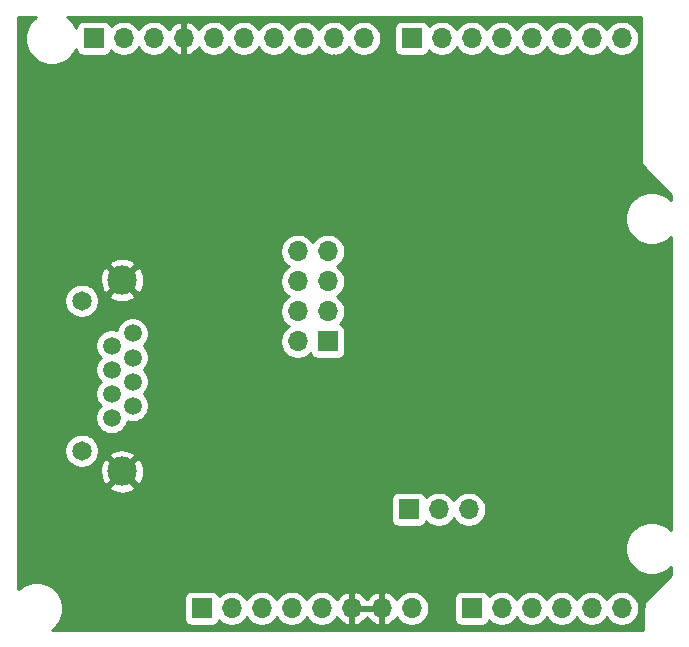
<source format=gbr>
%TF.GenerationSoftware,KiCad,Pcbnew,(5.1.6-0-10_14)*%
%TF.CreationDate,2022-12-23T17:52:02+09:00*%
%TF.ProjectId,MuxReadoutBoard,4d757852-6561-4646-9f75-74426f617264,rev?*%
%TF.SameCoordinates,Original*%
%TF.FileFunction,Copper,L1,Top*%
%TF.FilePolarity,Positive*%
%FSLAX46Y46*%
G04 Gerber Fmt 4.6, Leading zero omitted, Abs format (unit mm)*
G04 Created by KiCad (PCBNEW (5.1.6-0-10_14)) date 2022-12-23 17:52:02*
%MOMM*%
%LPD*%
G01*
G04 APERTURE LIST*
%TA.AperFunction,ComponentPad*%
%ADD10C,2.475000*%
%TD*%
%TA.AperFunction,ComponentPad*%
%ADD11C,1.650000*%
%TD*%
%TA.AperFunction,ComponentPad*%
%ADD12C,1.509000*%
%TD*%
%TA.AperFunction,ComponentPad*%
%ADD13O,1.700000X1.700000*%
%TD*%
%TA.AperFunction,ComponentPad*%
%ADD14R,1.700000X1.700000*%
%TD*%
%TA.AperFunction,ViaPad*%
%ADD15C,0.800000*%
%TD*%
%TA.AperFunction,Conductor*%
%ADD16C,0.254000*%
%TD*%
G04 APERTURE END LIST*
D10*
%TO.P,J1,MH4*%
%TO.N,GND*%
X122810000Y-122071000D03*
%TO.P,J1,MH3*%
X122810000Y-138271000D03*
D11*
%TO.P,J1,MH2*%
%TO.N,N/C*%
X119380000Y-123821000D03*
%TO.P,J1,MH1*%
X119380000Y-136521000D03*
D12*
%TO.P,J1,8*%
%TO.N,Net-(J1-Pad8)*%
X123700000Y-126591000D03*
%TO.P,J1,7*%
%TO.N,Net-(J1-Pad7)*%
X121920000Y-127611000D03*
%TO.P,J1,6*%
%TO.N,Net-(J1-Pad6)*%
X123700000Y-128631000D03*
%TO.P,J1,5*%
%TO.N,Net-(J1-Pad5)*%
X121920000Y-129651000D03*
%TO.P,J1,4*%
%TO.N,Net-(J1-Pad4)*%
X123700000Y-130671000D03*
%TO.P,J1,3*%
%TO.N,Net-(J1-Pad3)*%
X121920000Y-131691000D03*
%TO.P,J1,2*%
%TO.N,Net-(J1-Pad2)*%
X123700000Y-132711000D03*
%TO.P,J1,1*%
%TO.N,Net-(J1-Pad1)*%
X121920000Y-133731000D03*
%TD*%
D13*
%TO.P,J5,8*%
%TO.N,Net-(J5-Pad8)*%
X147320000Y-149860000D03*
%TO.P,J5,7*%
%TO.N,GND*%
X144780000Y-149860000D03*
%TO.P,J5,6*%
X142240000Y-149860000D03*
%TO.P,J5,5*%
%TO.N,+5V*%
X139700000Y-149860000D03*
%TO.P,J5,4*%
%TO.N,+3V3*%
X137160000Y-149860000D03*
%TO.P,J5,3*%
%TO.N,Net-(J5-Pad3)*%
X134620000Y-149860000D03*
%TO.P,J5,2*%
%TO.N,Net-(J5-Pad2)*%
X132080000Y-149860000D03*
D14*
%TO.P,J5,1*%
%TO.N,Net-(J5-Pad1)*%
X129540000Y-149860000D03*
%TD*%
D13*
%TO.P,J3,10*%
%TO.N,Net-(J3-Pad10)*%
X143256000Y-101600000D03*
%TO.P,J3,9*%
%TO.N,Net-(J3-Pad9)*%
X140716000Y-101600000D03*
%TO.P,J3,8*%
%TO.N,Net-(J3-Pad8)*%
X138176000Y-101600000D03*
%TO.P,J3,7*%
%TO.N,Net-(J3-Pad7)*%
X135636000Y-101600000D03*
%TO.P,J3,6*%
%TO.N,Net-(J3-Pad6)*%
X133096000Y-101600000D03*
%TO.P,J3,5*%
%TO.N,Net-(J3-Pad5)*%
X130556000Y-101600000D03*
%TO.P,J3,4*%
%TO.N,GND*%
X128016000Y-101600000D03*
%TO.P,J3,3*%
%TO.N,Net-(J3-Pad3)*%
X125476000Y-101600000D03*
%TO.P,J3,2*%
%TO.N,Net-(J3-Pad2)*%
X122936000Y-101600000D03*
D14*
%TO.P,J3,1*%
%TO.N,Net-(J3-Pad1)*%
X120396000Y-101600000D03*
%TD*%
D13*
%TO.P,J4,8*%
%TO.N,Net-(J4-Pad8)*%
X165100000Y-101600000D03*
%TO.P,J4,7*%
%TO.N,Net-(J4-Pad7)*%
X162560000Y-101600000D03*
%TO.P,J4,6*%
%TO.N,Net-(J4-Pad6)*%
X160020000Y-101600000D03*
%TO.P,J4,5*%
%TO.N,Net-(J4-Pad5)*%
X157480000Y-101600000D03*
%TO.P,J4,4*%
%TO.N,Net-(J4-Pad4)*%
X154940000Y-101600000D03*
%TO.P,J4,3*%
%TO.N,Net-(J4-Pad3)*%
X152400000Y-101600000D03*
%TO.P,J4,2*%
%TO.N,Net-(J4-Pad2)*%
X149860000Y-101600000D03*
D14*
%TO.P,J4,1*%
%TO.N,Net-(J4-Pad1)*%
X147320000Y-101600000D03*
%TD*%
D13*
%TO.P,J6,6*%
%TO.N,Net-(J6-Pad6)*%
X165100000Y-149860000D03*
%TO.P,J6,5*%
%TO.N,Net-(J6-Pad5)*%
X162560000Y-149860000D03*
%TO.P,J6,4*%
%TO.N,Net-(J6-Pad4)*%
X160020000Y-149860000D03*
%TO.P,J6,3*%
%TO.N,Net-(J6-Pad3)*%
X157480000Y-149860000D03*
%TO.P,J6,2*%
%TO.N,Net-(J6-Pad2)*%
X154940000Y-149860000D03*
D14*
%TO.P,J6,1*%
%TO.N,Net-(J6-Pad1)*%
X152400000Y-149860000D03*
%TD*%
D13*
%TO.P,J2,8*%
%TO.N,Net-(J1-Pad8)*%
X137668000Y-119634000D03*
%TO.P,J2,7*%
%TO.N,Net-(J1-Pad7)*%
X140208000Y-119634000D03*
%TO.P,J2,6*%
%TO.N,Net-(J1-Pad6)*%
X137668000Y-122174000D03*
%TO.P,J2,5*%
%TO.N,Net-(J1-Pad5)*%
X140208000Y-122174000D03*
%TO.P,J2,4*%
%TO.N,Net-(J1-Pad4)*%
X137668000Y-124714000D03*
%TO.P,J2,3*%
%TO.N,Net-(J1-Pad3)*%
X140208000Y-124714000D03*
%TO.P,J2,2*%
%TO.N,Net-(J1-Pad2)*%
X137668000Y-127254000D03*
D14*
%TO.P,J2,1*%
%TO.N,Net-(J1-Pad1)*%
X140208000Y-127254000D03*
%TD*%
D13*
%TO.P,J7,3*%
%TO.N,+2V5*%
X152146000Y-141478000D03*
%TO.P,J7,2*%
%TO.N,Net-(C2-Pad1)*%
X149606000Y-141478000D03*
D14*
%TO.P,J7,1*%
%TO.N,+3V3*%
X147066000Y-141478000D03*
%TD*%
D15*
%TO.N,GND*%
X161290000Y-132588000D03*
X159258000Y-140970000D03*
X152400000Y-137414000D03*
X156972000Y-132588000D03*
X152654000Y-143510000D03*
X141732000Y-144526000D03*
X167640000Y-140716000D03*
X167640000Y-130302000D03*
X167640000Y-120904000D03*
X165354000Y-112522000D03*
X165100000Y-104902000D03*
X145288000Y-103378000D03*
X140716000Y-103378000D03*
X116840000Y-105664000D03*
X117094000Y-120396000D03*
X117094000Y-130302000D03*
X117094000Y-139954000D03*
X120396000Y-149860000D03*
X126492000Y-149860000D03*
X130048000Y-142748000D03*
X126492000Y-112522000D03*
X154940000Y-110998000D03*
X144018000Y-110998000D03*
X153416000Y-123698000D03*
X156718000Y-116840000D03*
X159004000Y-122682000D03*
X157988000Y-146050000D03*
X138430000Y-148336000D03*
X167132000Y-148082000D03*
X134620000Y-118364000D03*
X140462000Y-130048000D03*
%TD*%
D16*
%TO.N,GND*%
G36*
X115401513Y-99847199D02*
G01*
X115087199Y-100161513D01*
X114840244Y-100531108D01*
X114670138Y-100941779D01*
X114583419Y-101377746D01*
X114583419Y-101822254D01*
X114670138Y-102258221D01*
X114840244Y-102668892D01*
X115087199Y-103038487D01*
X115401513Y-103352801D01*
X115771108Y-103599756D01*
X116181779Y-103769862D01*
X116617746Y-103856581D01*
X117062254Y-103856581D01*
X117498221Y-103769862D01*
X117908892Y-103599756D01*
X118278487Y-103352801D01*
X118592801Y-103038487D01*
X118839756Y-102668892D01*
X118912249Y-102493878D01*
X118920188Y-102574482D01*
X118956498Y-102694180D01*
X119015463Y-102804494D01*
X119094815Y-102901185D01*
X119191506Y-102980537D01*
X119301820Y-103039502D01*
X119421518Y-103075812D01*
X119546000Y-103088072D01*
X121246000Y-103088072D01*
X121370482Y-103075812D01*
X121490180Y-103039502D01*
X121600494Y-102980537D01*
X121697185Y-102901185D01*
X121776537Y-102804494D01*
X121835502Y-102694180D01*
X121857513Y-102621620D01*
X121989368Y-102753475D01*
X122232589Y-102915990D01*
X122502842Y-103027932D01*
X122789740Y-103085000D01*
X123082260Y-103085000D01*
X123369158Y-103027932D01*
X123639411Y-102915990D01*
X123882632Y-102753475D01*
X124089475Y-102546632D01*
X124206000Y-102372240D01*
X124322525Y-102546632D01*
X124529368Y-102753475D01*
X124772589Y-102915990D01*
X125042842Y-103027932D01*
X125329740Y-103085000D01*
X125622260Y-103085000D01*
X125909158Y-103027932D01*
X126179411Y-102915990D01*
X126422632Y-102753475D01*
X126629475Y-102546632D01*
X126751195Y-102364466D01*
X126820822Y-102481355D01*
X127015731Y-102697588D01*
X127249080Y-102871641D01*
X127511901Y-102996825D01*
X127659110Y-103041476D01*
X127889000Y-102920155D01*
X127889000Y-101727000D01*
X127869000Y-101727000D01*
X127869000Y-101473000D01*
X127889000Y-101473000D01*
X127889000Y-100279845D01*
X128143000Y-100279845D01*
X128143000Y-101473000D01*
X128163000Y-101473000D01*
X128163000Y-101727000D01*
X128143000Y-101727000D01*
X128143000Y-102920155D01*
X128372890Y-103041476D01*
X128520099Y-102996825D01*
X128782920Y-102871641D01*
X129016269Y-102697588D01*
X129211178Y-102481355D01*
X129280805Y-102364466D01*
X129402525Y-102546632D01*
X129609368Y-102753475D01*
X129852589Y-102915990D01*
X130122842Y-103027932D01*
X130409740Y-103085000D01*
X130702260Y-103085000D01*
X130989158Y-103027932D01*
X131259411Y-102915990D01*
X131502632Y-102753475D01*
X131709475Y-102546632D01*
X131826000Y-102372240D01*
X131942525Y-102546632D01*
X132149368Y-102753475D01*
X132392589Y-102915990D01*
X132662842Y-103027932D01*
X132949740Y-103085000D01*
X133242260Y-103085000D01*
X133529158Y-103027932D01*
X133799411Y-102915990D01*
X134042632Y-102753475D01*
X134249475Y-102546632D01*
X134366000Y-102372240D01*
X134482525Y-102546632D01*
X134689368Y-102753475D01*
X134932589Y-102915990D01*
X135202842Y-103027932D01*
X135489740Y-103085000D01*
X135782260Y-103085000D01*
X136069158Y-103027932D01*
X136339411Y-102915990D01*
X136582632Y-102753475D01*
X136789475Y-102546632D01*
X136906000Y-102372240D01*
X137022525Y-102546632D01*
X137229368Y-102753475D01*
X137472589Y-102915990D01*
X137742842Y-103027932D01*
X138029740Y-103085000D01*
X138322260Y-103085000D01*
X138609158Y-103027932D01*
X138879411Y-102915990D01*
X139122632Y-102753475D01*
X139329475Y-102546632D01*
X139446000Y-102372240D01*
X139562525Y-102546632D01*
X139769368Y-102753475D01*
X140012589Y-102915990D01*
X140282842Y-103027932D01*
X140569740Y-103085000D01*
X140862260Y-103085000D01*
X141149158Y-103027932D01*
X141419411Y-102915990D01*
X141662632Y-102753475D01*
X141869475Y-102546632D01*
X141986000Y-102372240D01*
X142102525Y-102546632D01*
X142309368Y-102753475D01*
X142552589Y-102915990D01*
X142822842Y-103027932D01*
X143109740Y-103085000D01*
X143402260Y-103085000D01*
X143689158Y-103027932D01*
X143959411Y-102915990D01*
X144202632Y-102753475D01*
X144409475Y-102546632D01*
X144571990Y-102303411D01*
X144683932Y-102033158D01*
X144741000Y-101746260D01*
X144741000Y-101453740D01*
X144683932Y-101166842D01*
X144571990Y-100896589D01*
X144474043Y-100750000D01*
X145831928Y-100750000D01*
X145831928Y-102450000D01*
X145844188Y-102574482D01*
X145880498Y-102694180D01*
X145939463Y-102804494D01*
X146018815Y-102901185D01*
X146115506Y-102980537D01*
X146225820Y-103039502D01*
X146345518Y-103075812D01*
X146470000Y-103088072D01*
X148170000Y-103088072D01*
X148294482Y-103075812D01*
X148414180Y-103039502D01*
X148524494Y-102980537D01*
X148621185Y-102901185D01*
X148700537Y-102804494D01*
X148759502Y-102694180D01*
X148781513Y-102621620D01*
X148913368Y-102753475D01*
X149156589Y-102915990D01*
X149426842Y-103027932D01*
X149713740Y-103085000D01*
X150006260Y-103085000D01*
X150293158Y-103027932D01*
X150563411Y-102915990D01*
X150806632Y-102753475D01*
X151013475Y-102546632D01*
X151130000Y-102372240D01*
X151246525Y-102546632D01*
X151453368Y-102753475D01*
X151696589Y-102915990D01*
X151966842Y-103027932D01*
X152253740Y-103085000D01*
X152546260Y-103085000D01*
X152833158Y-103027932D01*
X153103411Y-102915990D01*
X153346632Y-102753475D01*
X153553475Y-102546632D01*
X153670000Y-102372240D01*
X153786525Y-102546632D01*
X153993368Y-102753475D01*
X154236589Y-102915990D01*
X154506842Y-103027932D01*
X154793740Y-103085000D01*
X155086260Y-103085000D01*
X155373158Y-103027932D01*
X155643411Y-102915990D01*
X155886632Y-102753475D01*
X156093475Y-102546632D01*
X156210000Y-102372240D01*
X156326525Y-102546632D01*
X156533368Y-102753475D01*
X156776589Y-102915990D01*
X157046842Y-103027932D01*
X157333740Y-103085000D01*
X157626260Y-103085000D01*
X157913158Y-103027932D01*
X158183411Y-102915990D01*
X158426632Y-102753475D01*
X158633475Y-102546632D01*
X158750000Y-102372240D01*
X158866525Y-102546632D01*
X159073368Y-102753475D01*
X159316589Y-102915990D01*
X159586842Y-103027932D01*
X159873740Y-103085000D01*
X160166260Y-103085000D01*
X160453158Y-103027932D01*
X160723411Y-102915990D01*
X160966632Y-102753475D01*
X161173475Y-102546632D01*
X161290000Y-102372240D01*
X161406525Y-102546632D01*
X161613368Y-102753475D01*
X161856589Y-102915990D01*
X162126842Y-103027932D01*
X162413740Y-103085000D01*
X162706260Y-103085000D01*
X162993158Y-103027932D01*
X163263411Y-102915990D01*
X163506632Y-102753475D01*
X163713475Y-102546632D01*
X163830000Y-102372240D01*
X163946525Y-102546632D01*
X164153368Y-102753475D01*
X164396589Y-102915990D01*
X164666842Y-103027932D01*
X164953740Y-103085000D01*
X165246260Y-103085000D01*
X165533158Y-103027932D01*
X165803411Y-102915990D01*
X166046632Y-102753475D01*
X166253475Y-102546632D01*
X166415990Y-102303411D01*
X166527932Y-102033158D01*
X166585000Y-101746260D01*
X166585000Y-101453740D01*
X166527932Y-101166842D01*
X166415990Y-100896589D01*
X166253475Y-100653368D01*
X166046632Y-100446525D01*
X165803411Y-100284010D01*
X165533158Y-100172068D01*
X165246260Y-100115000D01*
X164953740Y-100115000D01*
X164666842Y-100172068D01*
X164396589Y-100284010D01*
X164153368Y-100446525D01*
X163946525Y-100653368D01*
X163830000Y-100827760D01*
X163713475Y-100653368D01*
X163506632Y-100446525D01*
X163263411Y-100284010D01*
X162993158Y-100172068D01*
X162706260Y-100115000D01*
X162413740Y-100115000D01*
X162126842Y-100172068D01*
X161856589Y-100284010D01*
X161613368Y-100446525D01*
X161406525Y-100653368D01*
X161290000Y-100827760D01*
X161173475Y-100653368D01*
X160966632Y-100446525D01*
X160723411Y-100284010D01*
X160453158Y-100172068D01*
X160166260Y-100115000D01*
X159873740Y-100115000D01*
X159586842Y-100172068D01*
X159316589Y-100284010D01*
X159073368Y-100446525D01*
X158866525Y-100653368D01*
X158750000Y-100827760D01*
X158633475Y-100653368D01*
X158426632Y-100446525D01*
X158183411Y-100284010D01*
X157913158Y-100172068D01*
X157626260Y-100115000D01*
X157333740Y-100115000D01*
X157046842Y-100172068D01*
X156776589Y-100284010D01*
X156533368Y-100446525D01*
X156326525Y-100653368D01*
X156210000Y-100827760D01*
X156093475Y-100653368D01*
X155886632Y-100446525D01*
X155643411Y-100284010D01*
X155373158Y-100172068D01*
X155086260Y-100115000D01*
X154793740Y-100115000D01*
X154506842Y-100172068D01*
X154236589Y-100284010D01*
X153993368Y-100446525D01*
X153786525Y-100653368D01*
X153670000Y-100827760D01*
X153553475Y-100653368D01*
X153346632Y-100446525D01*
X153103411Y-100284010D01*
X152833158Y-100172068D01*
X152546260Y-100115000D01*
X152253740Y-100115000D01*
X151966842Y-100172068D01*
X151696589Y-100284010D01*
X151453368Y-100446525D01*
X151246525Y-100653368D01*
X151130000Y-100827760D01*
X151013475Y-100653368D01*
X150806632Y-100446525D01*
X150563411Y-100284010D01*
X150293158Y-100172068D01*
X150006260Y-100115000D01*
X149713740Y-100115000D01*
X149426842Y-100172068D01*
X149156589Y-100284010D01*
X148913368Y-100446525D01*
X148781513Y-100578380D01*
X148759502Y-100505820D01*
X148700537Y-100395506D01*
X148621185Y-100298815D01*
X148524494Y-100219463D01*
X148414180Y-100160498D01*
X148294482Y-100124188D01*
X148170000Y-100111928D01*
X146470000Y-100111928D01*
X146345518Y-100124188D01*
X146225820Y-100160498D01*
X146115506Y-100219463D01*
X146018815Y-100298815D01*
X145939463Y-100395506D01*
X145880498Y-100505820D01*
X145844188Y-100625518D01*
X145831928Y-100750000D01*
X144474043Y-100750000D01*
X144409475Y-100653368D01*
X144202632Y-100446525D01*
X143959411Y-100284010D01*
X143689158Y-100172068D01*
X143402260Y-100115000D01*
X143109740Y-100115000D01*
X142822842Y-100172068D01*
X142552589Y-100284010D01*
X142309368Y-100446525D01*
X142102525Y-100653368D01*
X141986000Y-100827760D01*
X141869475Y-100653368D01*
X141662632Y-100446525D01*
X141419411Y-100284010D01*
X141149158Y-100172068D01*
X140862260Y-100115000D01*
X140569740Y-100115000D01*
X140282842Y-100172068D01*
X140012589Y-100284010D01*
X139769368Y-100446525D01*
X139562525Y-100653368D01*
X139446000Y-100827760D01*
X139329475Y-100653368D01*
X139122632Y-100446525D01*
X138879411Y-100284010D01*
X138609158Y-100172068D01*
X138322260Y-100115000D01*
X138029740Y-100115000D01*
X137742842Y-100172068D01*
X137472589Y-100284010D01*
X137229368Y-100446525D01*
X137022525Y-100653368D01*
X136906000Y-100827760D01*
X136789475Y-100653368D01*
X136582632Y-100446525D01*
X136339411Y-100284010D01*
X136069158Y-100172068D01*
X135782260Y-100115000D01*
X135489740Y-100115000D01*
X135202842Y-100172068D01*
X134932589Y-100284010D01*
X134689368Y-100446525D01*
X134482525Y-100653368D01*
X134366000Y-100827760D01*
X134249475Y-100653368D01*
X134042632Y-100446525D01*
X133799411Y-100284010D01*
X133529158Y-100172068D01*
X133242260Y-100115000D01*
X132949740Y-100115000D01*
X132662842Y-100172068D01*
X132392589Y-100284010D01*
X132149368Y-100446525D01*
X131942525Y-100653368D01*
X131826000Y-100827760D01*
X131709475Y-100653368D01*
X131502632Y-100446525D01*
X131259411Y-100284010D01*
X130989158Y-100172068D01*
X130702260Y-100115000D01*
X130409740Y-100115000D01*
X130122842Y-100172068D01*
X129852589Y-100284010D01*
X129609368Y-100446525D01*
X129402525Y-100653368D01*
X129280805Y-100835534D01*
X129211178Y-100718645D01*
X129016269Y-100502412D01*
X128782920Y-100328359D01*
X128520099Y-100203175D01*
X128372890Y-100158524D01*
X128143000Y-100279845D01*
X127889000Y-100279845D01*
X127659110Y-100158524D01*
X127511901Y-100203175D01*
X127249080Y-100328359D01*
X127015731Y-100502412D01*
X126820822Y-100718645D01*
X126751195Y-100835534D01*
X126629475Y-100653368D01*
X126422632Y-100446525D01*
X126179411Y-100284010D01*
X125909158Y-100172068D01*
X125622260Y-100115000D01*
X125329740Y-100115000D01*
X125042842Y-100172068D01*
X124772589Y-100284010D01*
X124529368Y-100446525D01*
X124322525Y-100653368D01*
X124206000Y-100827760D01*
X124089475Y-100653368D01*
X123882632Y-100446525D01*
X123639411Y-100284010D01*
X123369158Y-100172068D01*
X123082260Y-100115000D01*
X122789740Y-100115000D01*
X122502842Y-100172068D01*
X122232589Y-100284010D01*
X121989368Y-100446525D01*
X121857513Y-100578380D01*
X121835502Y-100505820D01*
X121776537Y-100395506D01*
X121697185Y-100298815D01*
X121600494Y-100219463D01*
X121490180Y-100160498D01*
X121370482Y-100124188D01*
X121246000Y-100111928D01*
X119546000Y-100111928D01*
X119421518Y-100124188D01*
X119301820Y-100160498D01*
X119191506Y-100219463D01*
X119094815Y-100298815D01*
X119015463Y-100395506D01*
X118956498Y-100505820D01*
X118920188Y-100625518D01*
X118912249Y-100706122D01*
X118839756Y-100531108D01*
X118592801Y-100161513D01*
X118278487Y-99847199D01*
X118145739Y-99758500D01*
X166751000Y-99758500D01*
X166751000Y-112268000D01*
X166753440Y-112292776D01*
X166760667Y-112316601D01*
X166772403Y-112338557D01*
X166788197Y-112357803D01*
X169291000Y-114860606D01*
X169291000Y-115299712D01*
X169078487Y-115087199D01*
X168708892Y-114840244D01*
X168298221Y-114670138D01*
X167862254Y-114583419D01*
X167417746Y-114583419D01*
X166981779Y-114670138D01*
X166571108Y-114840244D01*
X166201513Y-115087199D01*
X165887199Y-115401513D01*
X165640244Y-115771108D01*
X165470138Y-116181779D01*
X165383419Y-116617746D01*
X165383419Y-117062254D01*
X165470138Y-117498221D01*
X165640244Y-117908892D01*
X165887199Y-118278487D01*
X166201513Y-118592801D01*
X166571108Y-118839756D01*
X166981779Y-119009862D01*
X167417746Y-119096581D01*
X167862254Y-119096581D01*
X168298221Y-119009862D01*
X168708892Y-118839756D01*
X169078487Y-118592801D01*
X169291000Y-118380288D01*
X169291000Y-143239712D01*
X169078487Y-143027199D01*
X168708892Y-142780244D01*
X168298221Y-142610138D01*
X167862254Y-142523419D01*
X167417746Y-142523419D01*
X166981779Y-142610138D01*
X166571108Y-142780244D01*
X166201513Y-143027199D01*
X165887199Y-143341513D01*
X165640244Y-143711108D01*
X165470138Y-144121779D01*
X165383419Y-144557746D01*
X165383419Y-145002254D01*
X165470138Y-145438221D01*
X165640244Y-145848892D01*
X165887199Y-146218487D01*
X166201513Y-146532801D01*
X166571108Y-146779756D01*
X166981779Y-146949862D01*
X167417746Y-147036581D01*
X167862254Y-147036581D01*
X168298221Y-146949862D01*
X168708892Y-146779756D01*
X169078487Y-146532801D01*
X169291000Y-146320288D01*
X169291000Y-147013394D01*
X167042197Y-149262197D01*
X167026403Y-149281443D01*
X167014667Y-149303399D01*
X167007440Y-149327224D01*
X167005000Y-149352000D01*
X167005000Y-149566237D01*
X166991549Y-149591402D01*
X166991549Y-149591403D01*
X166954439Y-149713740D01*
X166951608Y-149723071D01*
X166938122Y-149860000D01*
X166941501Y-149894308D01*
X166941500Y-151701500D01*
X116875739Y-151701500D01*
X117008487Y-151612801D01*
X117322801Y-151298487D01*
X117569756Y-150928892D01*
X117739862Y-150518221D01*
X117826581Y-150082254D01*
X117826581Y-149637746D01*
X117739862Y-149201779D01*
X117660425Y-149010000D01*
X128051928Y-149010000D01*
X128051928Y-150710000D01*
X128064188Y-150834482D01*
X128100498Y-150954180D01*
X128159463Y-151064494D01*
X128238815Y-151161185D01*
X128335506Y-151240537D01*
X128445820Y-151299502D01*
X128565518Y-151335812D01*
X128690000Y-151348072D01*
X130390000Y-151348072D01*
X130514482Y-151335812D01*
X130634180Y-151299502D01*
X130744494Y-151240537D01*
X130841185Y-151161185D01*
X130920537Y-151064494D01*
X130979502Y-150954180D01*
X131001513Y-150881620D01*
X131133368Y-151013475D01*
X131376589Y-151175990D01*
X131646842Y-151287932D01*
X131933740Y-151345000D01*
X132226260Y-151345000D01*
X132513158Y-151287932D01*
X132783411Y-151175990D01*
X133026632Y-151013475D01*
X133233475Y-150806632D01*
X133350000Y-150632240D01*
X133466525Y-150806632D01*
X133673368Y-151013475D01*
X133916589Y-151175990D01*
X134186842Y-151287932D01*
X134473740Y-151345000D01*
X134766260Y-151345000D01*
X135053158Y-151287932D01*
X135323411Y-151175990D01*
X135566632Y-151013475D01*
X135773475Y-150806632D01*
X135890000Y-150632240D01*
X136006525Y-150806632D01*
X136213368Y-151013475D01*
X136456589Y-151175990D01*
X136726842Y-151287932D01*
X137013740Y-151345000D01*
X137306260Y-151345000D01*
X137593158Y-151287932D01*
X137863411Y-151175990D01*
X138106632Y-151013475D01*
X138313475Y-150806632D01*
X138430000Y-150632240D01*
X138546525Y-150806632D01*
X138753368Y-151013475D01*
X138996589Y-151175990D01*
X139266842Y-151287932D01*
X139553740Y-151345000D01*
X139846260Y-151345000D01*
X140133158Y-151287932D01*
X140403411Y-151175990D01*
X140646632Y-151013475D01*
X140853475Y-150806632D01*
X140975195Y-150624466D01*
X141044822Y-150741355D01*
X141239731Y-150957588D01*
X141473080Y-151131641D01*
X141735901Y-151256825D01*
X141883110Y-151301476D01*
X142113000Y-151180155D01*
X142113000Y-149987000D01*
X142367000Y-149987000D01*
X142367000Y-151180155D01*
X142596890Y-151301476D01*
X142744099Y-151256825D01*
X143006920Y-151131641D01*
X143240269Y-150957588D01*
X143435178Y-150741355D01*
X143510000Y-150615745D01*
X143584822Y-150741355D01*
X143779731Y-150957588D01*
X144013080Y-151131641D01*
X144275901Y-151256825D01*
X144423110Y-151301476D01*
X144653000Y-151180155D01*
X144653000Y-149987000D01*
X142367000Y-149987000D01*
X142113000Y-149987000D01*
X142093000Y-149987000D01*
X142093000Y-149733000D01*
X142113000Y-149733000D01*
X142113000Y-148539845D01*
X142367000Y-148539845D01*
X142367000Y-149733000D01*
X144653000Y-149733000D01*
X144653000Y-148539845D01*
X144907000Y-148539845D01*
X144907000Y-149733000D01*
X144927000Y-149733000D01*
X144927000Y-149987000D01*
X144907000Y-149987000D01*
X144907000Y-151180155D01*
X145136890Y-151301476D01*
X145284099Y-151256825D01*
X145546920Y-151131641D01*
X145780269Y-150957588D01*
X145975178Y-150741355D01*
X146044805Y-150624466D01*
X146166525Y-150806632D01*
X146373368Y-151013475D01*
X146616589Y-151175990D01*
X146886842Y-151287932D01*
X147173740Y-151345000D01*
X147466260Y-151345000D01*
X147753158Y-151287932D01*
X148023411Y-151175990D01*
X148266632Y-151013475D01*
X148473475Y-150806632D01*
X148635990Y-150563411D01*
X148747932Y-150293158D01*
X148805000Y-150006260D01*
X148805000Y-149713740D01*
X148747932Y-149426842D01*
X148635990Y-149156589D01*
X148538043Y-149010000D01*
X150911928Y-149010000D01*
X150911928Y-150710000D01*
X150924188Y-150834482D01*
X150960498Y-150954180D01*
X151019463Y-151064494D01*
X151098815Y-151161185D01*
X151195506Y-151240537D01*
X151305820Y-151299502D01*
X151425518Y-151335812D01*
X151550000Y-151348072D01*
X153250000Y-151348072D01*
X153374482Y-151335812D01*
X153494180Y-151299502D01*
X153604494Y-151240537D01*
X153701185Y-151161185D01*
X153780537Y-151064494D01*
X153839502Y-150954180D01*
X153861513Y-150881620D01*
X153993368Y-151013475D01*
X154236589Y-151175990D01*
X154506842Y-151287932D01*
X154793740Y-151345000D01*
X155086260Y-151345000D01*
X155373158Y-151287932D01*
X155643411Y-151175990D01*
X155886632Y-151013475D01*
X156093475Y-150806632D01*
X156210000Y-150632240D01*
X156326525Y-150806632D01*
X156533368Y-151013475D01*
X156776589Y-151175990D01*
X157046842Y-151287932D01*
X157333740Y-151345000D01*
X157626260Y-151345000D01*
X157913158Y-151287932D01*
X158183411Y-151175990D01*
X158426632Y-151013475D01*
X158633475Y-150806632D01*
X158750000Y-150632240D01*
X158866525Y-150806632D01*
X159073368Y-151013475D01*
X159316589Y-151175990D01*
X159586842Y-151287932D01*
X159873740Y-151345000D01*
X160166260Y-151345000D01*
X160453158Y-151287932D01*
X160723411Y-151175990D01*
X160966632Y-151013475D01*
X161173475Y-150806632D01*
X161290000Y-150632240D01*
X161406525Y-150806632D01*
X161613368Y-151013475D01*
X161856589Y-151175990D01*
X162126842Y-151287932D01*
X162413740Y-151345000D01*
X162706260Y-151345000D01*
X162993158Y-151287932D01*
X163263411Y-151175990D01*
X163506632Y-151013475D01*
X163713475Y-150806632D01*
X163830000Y-150632240D01*
X163946525Y-150806632D01*
X164153368Y-151013475D01*
X164396589Y-151175990D01*
X164666842Y-151287932D01*
X164953740Y-151345000D01*
X165246260Y-151345000D01*
X165533158Y-151287932D01*
X165803411Y-151175990D01*
X166046632Y-151013475D01*
X166253475Y-150806632D01*
X166415990Y-150563411D01*
X166527932Y-150293158D01*
X166585000Y-150006260D01*
X166585000Y-149713740D01*
X166527932Y-149426842D01*
X166415990Y-149156589D01*
X166253475Y-148913368D01*
X166046632Y-148706525D01*
X165803411Y-148544010D01*
X165533158Y-148432068D01*
X165246260Y-148375000D01*
X164953740Y-148375000D01*
X164666842Y-148432068D01*
X164396589Y-148544010D01*
X164153368Y-148706525D01*
X163946525Y-148913368D01*
X163830000Y-149087760D01*
X163713475Y-148913368D01*
X163506632Y-148706525D01*
X163263411Y-148544010D01*
X162993158Y-148432068D01*
X162706260Y-148375000D01*
X162413740Y-148375000D01*
X162126842Y-148432068D01*
X161856589Y-148544010D01*
X161613368Y-148706525D01*
X161406525Y-148913368D01*
X161290000Y-149087760D01*
X161173475Y-148913368D01*
X160966632Y-148706525D01*
X160723411Y-148544010D01*
X160453158Y-148432068D01*
X160166260Y-148375000D01*
X159873740Y-148375000D01*
X159586842Y-148432068D01*
X159316589Y-148544010D01*
X159073368Y-148706525D01*
X158866525Y-148913368D01*
X158750000Y-149087760D01*
X158633475Y-148913368D01*
X158426632Y-148706525D01*
X158183411Y-148544010D01*
X157913158Y-148432068D01*
X157626260Y-148375000D01*
X157333740Y-148375000D01*
X157046842Y-148432068D01*
X156776589Y-148544010D01*
X156533368Y-148706525D01*
X156326525Y-148913368D01*
X156210000Y-149087760D01*
X156093475Y-148913368D01*
X155886632Y-148706525D01*
X155643411Y-148544010D01*
X155373158Y-148432068D01*
X155086260Y-148375000D01*
X154793740Y-148375000D01*
X154506842Y-148432068D01*
X154236589Y-148544010D01*
X153993368Y-148706525D01*
X153861513Y-148838380D01*
X153839502Y-148765820D01*
X153780537Y-148655506D01*
X153701185Y-148558815D01*
X153604494Y-148479463D01*
X153494180Y-148420498D01*
X153374482Y-148384188D01*
X153250000Y-148371928D01*
X151550000Y-148371928D01*
X151425518Y-148384188D01*
X151305820Y-148420498D01*
X151195506Y-148479463D01*
X151098815Y-148558815D01*
X151019463Y-148655506D01*
X150960498Y-148765820D01*
X150924188Y-148885518D01*
X150911928Y-149010000D01*
X148538043Y-149010000D01*
X148473475Y-148913368D01*
X148266632Y-148706525D01*
X148023411Y-148544010D01*
X147753158Y-148432068D01*
X147466260Y-148375000D01*
X147173740Y-148375000D01*
X146886842Y-148432068D01*
X146616589Y-148544010D01*
X146373368Y-148706525D01*
X146166525Y-148913368D01*
X146044805Y-149095534D01*
X145975178Y-148978645D01*
X145780269Y-148762412D01*
X145546920Y-148588359D01*
X145284099Y-148463175D01*
X145136890Y-148418524D01*
X144907000Y-148539845D01*
X144653000Y-148539845D01*
X144423110Y-148418524D01*
X144275901Y-148463175D01*
X144013080Y-148588359D01*
X143779731Y-148762412D01*
X143584822Y-148978645D01*
X143510000Y-149104255D01*
X143435178Y-148978645D01*
X143240269Y-148762412D01*
X143006920Y-148588359D01*
X142744099Y-148463175D01*
X142596890Y-148418524D01*
X142367000Y-148539845D01*
X142113000Y-148539845D01*
X141883110Y-148418524D01*
X141735901Y-148463175D01*
X141473080Y-148588359D01*
X141239731Y-148762412D01*
X141044822Y-148978645D01*
X140975195Y-149095534D01*
X140853475Y-148913368D01*
X140646632Y-148706525D01*
X140403411Y-148544010D01*
X140133158Y-148432068D01*
X139846260Y-148375000D01*
X139553740Y-148375000D01*
X139266842Y-148432068D01*
X138996589Y-148544010D01*
X138753368Y-148706525D01*
X138546525Y-148913368D01*
X138430000Y-149087760D01*
X138313475Y-148913368D01*
X138106632Y-148706525D01*
X137863411Y-148544010D01*
X137593158Y-148432068D01*
X137306260Y-148375000D01*
X137013740Y-148375000D01*
X136726842Y-148432068D01*
X136456589Y-148544010D01*
X136213368Y-148706525D01*
X136006525Y-148913368D01*
X135890000Y-149087760D01*
X135773475Y-148913368D01*
X135566632Y-148706525D01*
X135323411Y-148544010D01*
X135053158Y-148432068D01*
X134766260Y-148375000D01*
X134473740Y-148375000D01*
X134186842Y-148432068D01*
X133916589Y-148544010D01*
X133673368Y-148706525D01*
X133466525Y-148913368D01*
X133350000Y-149087760D01*
X133233475Y-148913368D01*
X133026632Y-148706525D01*
X132783411Y-148544010D01*
X132513158Y-148432068D01*
X132226260Y-148375000D01*
X131933740Y-148375000D01*
X131646842Y-148432068D01*
X131376589Y-148544010D01*
X131133368Y-148706525D01*
X131001513Y-148838380D01*
X130979502Y-148765820D01*
X130920537Y-148655506D01*
X130841185Y-148558815D01*
X130744494Y-148479463D01*
X130634180Y-148420498D01*
X130514482Y-148384188D01*
X130390000Y-148371928D01*
X128690000Y-148371928D01*
X128565518Y-148384188D01*
X128445820Y-148420498D01*
X128335506Y-148479463D01*
X128238815Y-148558815D01*
X128159463Y-148655506D01*
X128100498Y-148765820D01*
X128064188Y-148885518D01*
X128051928Y-149010000D01*
X117660425Y-149010000D01*
X117569756Y-148791108D01*
X117322801Y-148421513D01*
X117008487Y-148107199D01*
X116638892Y-147860244D01*
X116228221Y-147690138D01*
X115792254Y-147603419D01*
X115347746Y-147603419D01*
X114911779Y-147690138D01*
X114501108Y-147860244D01*
X114131513Y-148107199D01*
X113982500Y-148256212D01*
X113982500Y-140628000D01*
X145577928Y-140628000D01*
X145577928Y-142328000D01*
X145590188Y-142452482D01*
X145626498Y-142572180D01*
X145685463Y-142682494D01*
X145764815Y-142779185D01*
X145861506Y-142858537D01*
X145971820Y-142917502D01*
X146091518Y-142953812D01*
X146216000Y-142966072D01*
X147916000Y-142966072D01*
X148040482Y-142953812D01*
X148160180Y-142917502D01*
X148270494Y-142858537D01*
X148367185Y-142779185D01*
X148446537Y-142682494D01*
X148505502Y-142572180D01*
X148527513Y-142499620D01*
X148659368Y-142631475D01*
X148902589Y-142793990D01*
X149172842Y-142905932D01*
X149459740Y-142963000D01*
X149752260Y-142963000D01*
X150039158Y-142905932D01*
X150309411Y-142793990D01*
X150552632Y-142631475D01*
X150759475Y-142424632D01*
X150876000Y-142250240D01*
X150992525Y-142424632D01*
X151199368Y-142631475D01*
X151442589Y-142793990D01*
X151712842Y-142905932D01*
X151999740Y-142963000D01*
X152292260Y-142963000D01*
X152579158Y-142905932D01*
X152849411Y-142793990D01*
X153092632Y-142631475D01*
X153299475Y-142424632D01*
X153461990Y-142181411D01*
X153573932Y-141911158D01*
X153631000Y-141624260D01*
X153631000Y-141331740D01*
X153573932Y-141044842D01*
X153461990Y-140774589D01*
X153299475Y-140531368D01*
X153092632Y-140324525D01*
X152849411Y-140162010D01*
X152579158Y-140050068D01*
X152292260Y-139993000D01*
X151999740Y-139993000D01*
X151712842Y-140050068D01*
X151442589Y-140162010D01*
X151199368Y-140324525D01*
X150992525Y-140531368D01*
X150876000Y-140705760D01*
X150759475Y-140531368D01*
X150552632Y-140324525D01*
X150309411Y-140162010D01*
X150039158Y-140050068D01*
X149752260Y-139993000D01*
X149459740Y-139993000D01*
X149172842Y-140050068D01*
X148902589Y-140162010D01*
X148659368Y-140324525D01*
X148527513Y-140456380D01*
X148505502Y-140383820D01*
X148446537Y-140273506D01*
X148367185Y-140176815D01*
X148270494Y-140097463D01*
X148160180Y-140038498D01*
X148040482Y-140002188D01*
X147916000Y-139989928D01*
X146216000Y-139989928D01*
X146091518Y-140002188D01*
X145971820Y-140038498D01*
X145861506Y-140097463D01*
X145764815Y-140176815D01*
X145685463Y-140273506D01*
X145626498Y-140383820D01*
X145590188Y-140503518D01*
X145577928Y-140628000D01*
X113982500Y-140628000D01*
X113982500Y-139575699D01*
X121684906Y-139575699D01*
X121809314Y-139864392D01*
X122139397Y-140028999D01*
X122495251Y-140126048D01*
X122863201Y-140151808D01*
X123229106Y-140105290D01*
X123578906Y-139988282D01*
X123810686Y-139864392D01*
X123935094Y-139575699D01*
X122810000Y-138450605D01*
X121684906Y-139575699D01*
X113982500Y-139575699D01*
X113982500Y-138324201D01*
X120929192Y-138324201D01*
X120975710Y-138690106D01*
X121092718Y-139039906D01*
X121216608Y-139271686D01*
X121505301Y-139396094D01*
X122630395Y-138271000D01*
X122989605Y-138271000D01*
X124114699Y-139396094D01*
X124403392Y-139271686D01*
X124567999Y-138941603D01*
X124665048Y-138585749D01*
X124690808Y-138217799D01*
X124644290Y-137851894D01*
X124527282Y-137502094D01*
X124403392Y-137270314D01*
X124114699Y-137145906D01*
X122989605Y-138271000D01*
X122630395Y-138271000D01*
X121505301Y-137145906D01*
X121216608Y-137270314D01*
X121052001Y-137600397D01*
X120954952Y-137956251D01*
X120929192Y-138324201D01*
X113982500Y-138324201D01*
X113982500Y-136377203D01*
X117920000Y-136377203D01*
X117920000Y-136664797D01*
X117976107Y-136946866D01*
X118086165Y-137212569D01*
X118245944Y-137451696D01*
X118449304Y-137655056D01*
X118688431Y-137814835D01*
X118954134Y-137924893D01*
X119236203Y-137981000D01*
X119523797Y-137981000D01*
X119805866Y-137924893D01*
X120071569Y-137814835D01*
X120310696Y-137655056D01*
X120514056Y-137451696D01*
X120673835Y-137212569D01*
X120775842Y-136966301D01*
X121684906Y-136966301D01*
X122810000Y-138091395D01*
X123935094Y-136966301D01*
X123810686Y-136677608D01*
X123480603Y-136513001D01*
X123124749Y-136415952D01*
X122756799Y-136390192D01*
X122390894Y-136436710D01*
X122041094Y-136553718D01*
X121809314Y-136677608D01*
X121684906Y-136966301D01*
X120775842Y-136966301D01*
X120783893Y-136946866D01*
X120840000Y-136664797D01*
X120840000Y-136377203D01*
X120783893Y-136095134D01*
X120673835Y-135829431D01*
X120514056Y-135590304D01*
X120310696Y-135386944D01*
X120071569Y-135227165D01*
X119805866Y-135117107D01*
X119523797Y-135061000D01*
X119236203Y-135061000D01*
X118954134Y-135117107D01*
X118688431Y-135227165D01*
X118449304Y-135386944D01*
X118245944Y-135590304D01*
X118086165Y-135829431D01*
X117976107Y-136095134D01*
X117920000Y-136377203D01*
X113982500Y-136377203D01*
X113982500Y-127474146D01*
X120530500Y-127474146D01*
X120530500Y-127747854D01*
X120583898Y-128016302D01*
X120688641Y-128269175D01*
X120840705Y-128496754D01*
X120974951Y-128631000D01*
X120840705Y-128765246D01*
X120688641Y-128992825D01*
X120583898Y-129245698D01*
X120530500Y-129514146D01*
X120530500Y-129787854D01*
X120583898Y-130056302D01*
X120688641Y-130309175D01*
X120840705Y-130536754D01*
X120974951Y-130671000D01*
X120840705Y-130805246D01*
X120688641Y-131032825D01*
X120583898Y-131285698D01*
X120530500Y-131554146D01*
X120530500Y-131827854D01*
X120583898Y-132096302D01*
X120688641Y-132349175D01*
X120840705Y-132576754D01*
X120974951Y-132711000D01*
X120840705Y-132845246D01*
X120688641Y-133072825D01*
X120583898Y-133325698D01*
X120530500Y-133594146D01*
X120530500Y-133867854D01*
X120583898Y-134136302D01*
X120688641Y-134389175D01*
X120840705Y-134616754D01*
X121034246Y-134810295D01*
X121261825Y-134962359D01*
X121514698Y-135067102D01*
X121783146Y-135120500D01*
X122056854Y-135120500D01*
X122325302Y-135067102D01*
X122578175Y-134962359D01*
X122805754Y-134810295D01*
X122999295Y-134616754D01*
X123151359Y-134389175D01*
X123256102Y-134136302D01*
X123275432Y-134039122D01*
X123294698Y-134047102D01*
X123563146Y-134100500D01*
X123836854Y-134100500D01*
X124105302Y-134047102D01*
X124358175Y-133942359D01*
X124585754Y-133790295D01*
X124779295Y-133596754D01*
X124931359Y-133369175D01*
X125036102Y-133116302D01*
X125089500Y-132847854D01*
X125089500Y-132574146D01*
X125036102Y-132305698D01*
X124931359Y-132052825D01*
X124779295Y-131825246D01*
X124645049Y-131691000D01*
X124779295Y-131556754D01*
X124931359Y-131329175D01*
X125036102Y-131076302D01*
X125089500Y-130807854D01*
X125089500Y-130534146D01*
X125036102Y-130265698D01*
X124931359Y-130012825D01*
X124779295Y-129785246D01*
X124645049Y-129651000D01*
X124779295Y-129516754D01*
X124931359Y-129289175D01*
X125036102Y-129036302D01*
X125089500Y-128767854D01*
X125089500Y-128494146D01*
X125036102Y-128225698D01*
X124931359Y-127972825D01*
X124779295Y-127745246D01*
X124645049Y-127611000D01*
X124779295Y-127476754D01*
X124931359Y-127249175D01*
X125036102Y-126996302D01*
X125089500Y-126727854D01*
X125089500Y-126454146D01*
X125036102Y-126185698D01*
X124931359Y-125932825D01*
X124779295Y-125705246D01*
X124585754Y-125511705D01*
X124358175Y-125359641D01*
X124105302Y-125254898D01*
X123836854Y-125201500D01*
X123563146Y-125201500D01*
X123294698Y-125254898D01*
X123041825Y-125359641D01*
X122814246Y-125511705D01*
X122620705Y-125705246D01*
X122468641Y-125932825D01*
X122363898Y-126185698D01*
X122344568Y-126282878D01*
X122325302Y-126274898D01*
X122056854Y-126221500D01*
X121783146Y-126221500D01*
X121514698Y-126274898D01*
X121261825Y-126379641D01*
X121034246Y-126531705D01*
X120840705Y-126725246D01*
X120688641Y-126952825D01*
X120583898Y-127205698D01*
X120530500Y-127474146D01*
X113982500Y-127474146D01*
X113982500Y-123677203D01*
X117920000Y-123677203D01*
X117920000Y-123964797D01*
X117976107Y-124246866D01*
X118086165Y-124512569D01*
X118245944Y-124751696D01*
X118449304Y-124955056D01*
X118688431Y-125114835D01*
X118954134Y-125224893D01*
X119236203Y-125281000D01*
X119523797Y-125281000D01*
X119805866Y-125224893D01*
X120071569Y-125114835D01*
X120310696Y-124955056D01*
X120514056Y-124751696D01*
X120673835Y-124512569D01*
X120783893Y-124246866D01*
X120840000Y-123964797D01*
X120840000Y-123677203D01*
X120783893Y-123395134D01*
X120775843Y-123375699D01*
X121684906Y-123375699D01*
X121809314Y-123664392D01*
X122139397Y-123828999D01*
X122495251Y-123926048D01*
X122863201Y-123951808D01*
X123229106Y-123905290D01*
X123578906Y-123788282D01*
X123810686Y-123664392D01*
X123935094Y-123375699D01*
X122810000Y-122250605D01*
X121684906Y-123375699D01*
X120775843Y-123375699D01*
X120673835Y-123129431D01*
X120514056Y-122890304D01*
X120310696Y-122686944D01*
X120071569Y-122527165D01*
X119805866Y-122417107D01*
X119523797Y-122361000D01*
X119236203Y-122361000D01*
X118954134Y-122417107D01*
X118688431Y-122527165D01*
X118449304Y-122686944D01*
X118245944Y-122890304D01*
X118086165Y-123129431D01*
X117976107Y-123395134D01*
X117920000Y-123677203D01*
X113982500Y-123677203D01*
X113982500Y-122124201D01*
X120929192Y-122124201D01*
X120975710Y-122490106D01*
X121092718Y-122839906D01*
X121216608Y-123071686D01*
X121505301Y-123196094D01*
X122630395Y-122071000D01*
X122989605Y-122071000D01*
X124114699Y-123196094D01*
X124403392Y-123071686D01*
X124567999Y-122741603D01*
X124665048Y-122385749D01*
X124690808Y-122017799D01*
X124644290Y-121651894D01*
X124527282Y-121302094D01*
X124403392Y-121070314D01*
X124114699Y-120945906D01*
X122989605Y-122071000D01*
X122630395Y-122071000D01*
X121505301Y-120945906D01*
X121216608Y-121070314D01*
X121052001Y-121400397D01*
X120954952Y-121756251D01*
X120929192Y-122124201D01*
X113982500Y-122124201D01*
X113982500Y-120766301D01*
X121684906Y-120766301D01*
X122810000Y-121891395D01*
X123935094Y-120766301D01*
X123810686Y-120477608D01*
X123480603Y-120313001D01*
X123124749Y-120215952D01*
X122756799Y-120190192D01*
X122390894Y-120236710D01*
X122041094Y-120353718D01*
X121809314Y-120477608D01*
X121684906Y-120766301D01*
X113982500Y-120766301D01*
X113982500Y-119487740D01*
X136183000Y-119487740D01*
X136183000Y-119780260D01*
X136240068Y-120067158D01*
X136352010Y-120337411D01*
X136514525Y-120580632D01*
X136721368Y-120787475D01*
X136895760Y-120904000D01*
X136721368Y-121020525D01*
X136514525Y-121227368D01*
X136352010Y-121470589D01*
X136240068Y-121740842D01*
X136183000Y-122027740D01*
X136183000Y-122320260D01*
X136240068Y-122607158D01*
X136352010Y-122877411D01*
X136514525Y-123120632D01*
X136721368Y-123327475D01*
X136895760Y-123444000D01*
X136721368Y-123560525D01*
X136514525Y-123767368D01*
X136352010Y-124010589D01*
X136240068Y-124280842D01*
X136183000Y-124567740D01*
X136183000Y-124860260D01*
X136240068Y-125147158D01*
X136352010Y-125417411D01*
X136514525Y-125660632D01*
X136721368Y-125867475D01*
X136895760Y-125984000D01*
X136721368Y-126100525D01*
X136514525Y-126307368D01*
X136352010Y-126550589D01*
X136240068Y-126820842D01*
X136183000Y-127107740D01*
X136183000Y-127400260D01*
X136240068Y-127687158D01*
X136352010Y-127957411D01*
X136514525Y-128200632D01*
X136721368Y-128407475D01*
X136964589Y-128569990D01*
X137234842Y-128681932D01*
X137521740Y-128739000D01*
X137814260Y-128739000D01*
X138101158Y-128681932D01*
X138371411Y-128569990D01*
X138614632Y-128407475D01*
X138746487Y-128275620D01*
X138768498Y-128348180D01*
X138827463Y-128458494D01*
X138906815Y-128555185D01*
X139003506Y-128634537D01*
X139113820Y-128693502D01*
X139233518Y-128729812D01*
X139358000Y-128742072D01*
X141058000Y-128742072D01*
X141182482Y-128729812D01*
X141302180Y-128693502D01*
X141412494Y-128634537D01*
X141509185Y-128555185D01*
X141588537Y-128458494D01*
X141647502Y-128348180D01*
X141683812Y-128228482D01*
X141696072Y-128104000D01*
X141696072Y-126404000D01*
X141683812Y-126279518D01*
X141647502Y-126159820D01*
X141588537Y-126049506D01*
X141509185Y-125952815D01*
X141412494Y-125873463D01*
X141302180Y-125814498D01*
X141229620Y-125792487D01*
X141361475Y-125660632D01*
X141523990Y-125417411D01*
X141635932Y-125147158D01*
X141693000Y-124860260D01*
X141693000Y-124567740D01*
X141635932Y-124280842D01*
X141523990Y-124010589D01*
X141361475Y-123767368D01*
X141154632Y-123560525D01*
X140980240Y-123444000D01*
X141154632Y-123327475D01*
X141361475Y-123120632D01*
X141523990Y-122877411D01*
X141635932Y-122607158D01*
X141693000Y-122320260D01*
X141693000Y-122027740D01*
X141635932Y-121740842D01*
X141523990Y-121470589D01*
X141361475Y-121227368D01*
X141154632Y-121020525D01*
X140980240Y-120904000D01*
X141154632Y-120787475D01*
X141361475Y-120580632D01*
X141523990Y-120337411D01*
X141635932Y-120067158D01*
X141693000Y-119780260D01*
X141693000Y-119487740D01*
X141635932Y-119200842D01*
X141523990Y-118930589D01*
X141361475Y-118687368D01*
X141154632Y-118480525D01*
X140911411Y-118318010D01*
X140641158Y-118206068D01*
X140354260Y-118149000D01*
X140061740Y-118149000D01*
X139774842Y-118206068D01*
X139504589Y-118318010D01*
X139261368Y-118480525D01*
X139054525Y-118687368D01*
X138938000Y-118861760D01*
X138821475Y-118687368D01*
X138614632Y-118480525D01*
X138371411Y-118318010D01*
X138101158Y-118206068D01*
X137814260Y-118149000D01*
X137521740Y-118149000D01*
X137234842Y-118206068D01*
X136964589Y-118318010D01*
X136721368Y-118480525D01*
X136514525Y-118687368D01*
X136352010Y-118930589D01*
X136240068Y-119200842D01*
X136183000Y-119487740D01*
X113982500Y-119487740D01*
X113982500Y-99758500D01*
X115534261Y-99758500D01*
X115401513Y-99847199D01*
G37*
X115401513Y-99847199D02*
X115087199Y-100161513D01*
X114840244Y-100531108D01*
X114670138Y-100941779D01*
X114583419Y-101377746D01*
X114583419Y-101822254D01*
X114670138Y-102258221D01*
X114840244Y-102668892D01*
X115087199Y-103038487D01*
X115401513Y-103352801D01*
X115771108Y-103599756D01*
X116181779Y-103769862D01*
X116617746Y-103856581D01*
X117062254Y-103856581D01*
X117498221Y-103769862D01*
X117908892Y-103599756D01*
X118278487Y-103352801D01*
X118592801Y-103038487D01*
X118839756Y-102668892D01*
X118912249Y-102493878D01*
X118920188Y-102574482D01*
X118956498Y-102694180D01*
X119015463Y-102804494D01*
X119094815Y-102901185D01*
X119191506Y-102980537D01*
X119301820Y-103039502D01*
X119421518Y-103075812D01*
X119546000Y-103088072D01*
X121246000Y-103088072D01*
X121370482Y-103075812D01*
X121490180Y-103039502D01*
X121600494Y-102980537D01*
X121697185Y-102901185D01*
X121776537Y-102804494D01*
X121835502Y-102694180D01*
X121857513Y-102621620D01*
X121989368Y-102753475D01*
X122232589Y-102915990D01*
X122502842Y-103027932D01*
X122789740Y-103085000D01*
X123082260Y-103085000D01*
X123369158Y-103027932D01*
X123639411Y-102915990D01*
X123882632Y-102753475D01*
X124089475Y-102546632D01*
X124206000Y-102372240D01*
X124322525Y-102546632D01*
X124529368Y-102753475D01*
X124772589Y-102915990D01*
X125042842Y-103027932D01*
X125329740Y-103085000D01*
X125622260Y-103085000D01*
X125909158Y-103027932D01*
X126179411Y-102915990D01*
X126422632Y-102753475D01*
X126629475Y-102546632D01*
X126751195Y-102364466D01*
X126820822Y-102481355D01*
X127015731Y-102697588D01*
X127249080Y-102871641D01*
X127511901Y-102996825D01*
X127659110Y-103041476D01*
X127889000Y-102920155D01*
X127889000Y-101727000D01*
X127869000Y-101727000D01*
X127869000Y-101473000D01*
X127889000Y-101473000D01*
X127889000Y-100279845D01*
X128143000Y-100279845D01*
X128143000Y-101473000D01*
X128163000Y-101473000D01*
X128163000Y-101727000D01*
X128143000Y-101727000D01*
X128143000Y-102920155D01*
X128372890Y-103041476D01*
X128520099Y-102996825D01*
X128782920Y-102871641D01*
X129016269Y-102697588D01*
X129211178Y-102481355D01*
X129280805Y-102364466D01*
X129402525Y-102546632D01*
X129609368Y-102753475D01*
X129852589Y-102915990D01*
X130122842Y-103027932D01*
X130409740Y-103085000D01*
X130702260Y-103085000D01*
X130989158Y-103027932D01*
X131259411Y-102915990D01*
X131502632Y-102753475D01*
X131709475Y-102546632D01*
X131826000Y-102372240D01*
X131942525Y-102546632D01*
X132149368Y-102753475D01*
X132392589Y-102915990D01*
X132662842Y-103027932D01*
X132949740Y-103085000D01*
X133242260Y-103085000D01*
X133529158Y-103027932D01*
X133799411Y-102915990D01*
X134042632Y-102753475D01*
X134249475Y-102546632D01*
X134366000Y-102372240D01*
X134482525Y-102546632D01*
X134689368Y-102753475D01*
X134932589Y-102915990D01*
X135202842Y-103027932D01*
X135489740Y-103085000D01*
X135782260Y-103085000D01*
X136069158Y-103027932D01*
X136339411Y-102915990D01*
X136582632Y-102753475D01*
X136789475Y-102546632D01*
X136906000Y-102372240D01*
X137022525Y-102546632D01*
X137229368Y-102753475D01*
X137472589Y-102915990D01*
X137742842Y-103027932D01*
X138029740Y-103085000D01*
X138322260Y-103085000D01*
X138609158Y-103027932D01*
X138879411Y-102915990D01*
X139122632Y-102753475D01*
X139329475Y-102546632D01*
X139446000Y-102372240D01*
X139562525Y-102546632D01*
X139769368Y-102753475D01*
X140012589Y-102915990D01*
X140282842Y-103027932D01*
X140569740Y-103085000D01*
X140862260Y-103085000D01*
X141149158Y-103027932D01*
X141419411Y-102915990D01*
X141662632Y-102753475D01*
X141869475Y-102546632D01*
X141986000Y-102372240D01*
X142102525Y-102546632D01*
X142309368Y-102753475D01*
X142552589Y-102915990D01*
X142822842Y-103027932D01*
X143109740Y-103085000D01*
X143402260Y-103085000D01*
X143689158Y-103027932D01*
X143959411Y-102915990D01*
X144202632Y-102753475D01*
X144409475Y-102546632D01*
X144571990Y-102303411D01*
X144683932Y-102033158D01*
X144741000Y-101746260D01*
X144741000Y-101453740D01*
X144683932Y-101166842D01*
X144571990Y-100896589D01*
X144474043Y-100750000D01*
X145831928Y-100750000D01*
X145831928Y-102450000D01*
X145844188Y-102574482D01*
X145880498Y-102694180D01*
X145939463Y-102804494D01*
X146018815Y-102901185D01*
X146115506Y-102980537D01*
X146225820Y-103039502D01*
X146345518Y-103075812D01*
X146470000Y-103088072D01*
X148170000Y-103088072D01*
X148294482Y-103075812D01*
X148414180Y-103039502D01*
X148524494Y-102980537D01*
X148621185Y-102901185D01*
X148700537Y-102804494D01*
X148759502Y-102694180D01*
X148781513Y-102621620D01*
X148913368Y-102753475D01*
X149156589Y-102915990D01*
X149426842Y-103027932D01*
X149713740Y-103085000D01*
X150006260Y-103085000D01*
X150293158Y-103027932D01*
X150563411Y-102915990D01*
X150806632Y-102753475D01*
X151013475Y-102546632D01*
X151130000Y-102372240D01*
X151246525Y-102546632D01*
X151453368Y-102753475D01*
X151696589Y-102915990D01*
X151966842Y-103027932D01*
X152253740Y-103085000D01*
X152546260Y-103085000D01*
X152833158Y-103027932D01*
X153103411Y-102915990D01*
X153346632Y-102753475D01*
X153553475Y-102546632D01*
X153670000Y-102372240D01*
X153786525Y-102546632D01*
X153993368Y-102753475D01*
X154236589Y-102915990D01*
X154506842Y-103027932D01*
X154793740Y-103085000D01*
X155086260Y-103085000D01*
X155373158Y-103027932D01*
X155643411Y-102915990D01*
X155886632Y-102753475D01*
X156093475Y-102546632D01*
X156210000Y-102372240D01*
X156326525Y-102546632D01*
X156533368Y-102753475D01*
X156776589Y-102915990D01*
X157046842Y-103027932D01*
X157333740Y-103085000D01*
X157626260Y-103085000D01*
X157913158Y-103027932D01*
X158183411Y-102915990D01*
X158426632Y-102753475D01*
X158633475Y-102546632D01*
X158750000Y-102372240D01*
X158866525Y-102546632D01*
X159073368Y-102753475D01*
X159316589Y-102915990D01*
X159586842Y-103027932D01*
X159873740Y-103085000D01*
X160166260Y-103085000D01*
X160453158Y-103027932D01*
X160723411Y-102915990D01*
X160966632Y-102753475D01*
X161173475Y-102546632D01*
X161290000Y-102372240D01*
X161406525Y-102546632D01*
X161613368Y-102753475D01*
X161856589Y-102915990D01*
X162126842Y-103027932D01*
X162413740Y-103085000D01*
X162706260Y-103085000D01*
X162993158Y-103027932D01*
X163263411Y-102915990D01*
X163506632Y-102753475D01*
X163713475Y-102546632D01*
X163830000Y-102372240D01*
X163946525Y-102546632D01*
X164153368Y-102753475D01*
X164396589Y-102915990D01*
X164666842Y-103027932D01*
X164953740Y-103085000D01*
X165246260Y-103085000D01*
X165533158Y-103027932D01*
X165803411Y-102915990D01*
X166046632Y-102753475D01*
X166253475Y-102546632D01*
X166415990Y-102303411D01*
X166527932Y-102033158D01*
X166585000Y-101746260D01*
X166585000Y-101453740D01*
X166527932Y-101166842D01*
X166415990Y-100896589D01*
X166253475Y-100653368D01*
X166046632Y-100446525D01*
X165803411Y-100284010D01*
X165533158Y-100172068D01*
X165246260Y-100115000D01*
X164953740Y-100115000D01*
X164666842Y-100172068D01*
X164396589Y-100284010D01*
X164153368Y-100446525D01*
X163946525Y-100653368D01*
X163830000Y-100827760D01*
X163713475Y-100653368D01*
X163506632Y-100446525D01*
X163263411Y-100284010D01*
X162993158Y-100172068D01*
X162706260Y-100115000D01*
X162413740Y-100115000D01*
X162126842Y-100172068D01*
X161856589Y-100284010D01*
X161613368Y-100446525D01*
X161406525Y-100653368D01*
X161290000Y-100827760D01*
X161173475Y-100653368D01*
X160966632Y-100446525D01*
X160723411Y-100284010D01*
X160453158Y-100172068D01*
X160166260Y-100115000D01*
X159873740Y-100115000D01*
X159586842Y-100172068D01*
X159316589Y-100284010D01*
X159073368Y-100446525D01*
X158866525Y-100653368D01*
X158750000Y-100827760D01*
X158633475Y-100653368D01*
X158426632Y-100446525D01*
X158183411Y-100284010D01*
X157913158Y-100172068D01*
X157626260Y-100115000D01*
X157333740Y-100115000D01*
X157046842Y-100172068D01*
X156776589Y-100284010D01*
X156533368Y-100446525D01*
X156326525Y-100653368D01*
X156210000Y-100827760D01*
X156093475Y-100653368D01*
X155886632Y-100446525D01*
X155643411Y-100284010D01*
X155373158Y-100172068D01*
X155086260Y-100115000D01*
X154793740Y-100115000D01*
X154506842Y-100172068D01*
X154236589Y-100284010D01*
X153993368Y-100446525D01*
X153786525Y-100653368D01*
X153670000Y-100827760D01*
X153553475Y-100653368D01*
X153346632Y-100446525D01*
X153103411Y-100284010D01*
X152833158Y-100172068D01*
X152546260Y-100115000D01*
X152253740Y-100115000D01*
X151966842Y-100172068D01*
X151696589Y-100284010D01*
X151453368Y-100446525D01*
X151246525Y-100653368D01*
X151130000Y-100827760D01*
X151013475Y-100653368D01*
X150806632Y-100446525D01*
X150563411Y-100284010D01*
X150293158Y-100172068D01*
X150006260Y-100115000D01*
X149713740Y-100115000D01*
X149426842Y-100172068D01*
X149156589Y-100284010D01*
X148913368Y-100446525D01*
X148781513Y-100578380D01*
X148759502Y-100505820D01*
X148700537Y-100395506D01*
X148621185Y-100298815D01*
X148524494Y-100219463D01*
X148414180Y-100160498D01*
X148294482Y-100124188D01*
X148170000Y-100111928D01*
X146470000Y-100111928D01*
X146345518Y-100124188D01*
X146225820Y-100160498D01*
X146115506Y-100219463D01*
X146018815Y-100298815D01*
X145939463Y-100395506D01*
X145880498Y-100505820D01*
X145844188Y-100625518D01*
X145831928Y-100750000D01*
X144474043Y-100750000D01*
X144409475Y-100653368D01*
X144202632Y-100446525D01*
X143959411Y-100284010D01*
X143689158Y-100172068D01*
X143402260Y-100115000D01*
X143109740Y-100115000D01*
X142822842Y-100172068D01*
X142552589Y-100284010D01*
X142309368Y-100446525D01*
X142102525Y-100653368D01*
X141986000Y-100827760D01*
X141869475Y-100653368D01*
X141662632Y-100446525D01*
X141419411Y-100284010D01*
X141149158Y-100172068D01*
X140862260Y-100115000D01*
X140569740Y-100115000D01*
X140282842Y-100172068D01*
X140012589Y-100284010D01*
X139769368Y-100446525D01*
X139562525Y-100653368D01*
X139446000Y-100827760D01*
X139329475Y-100653368D01*
X139122632Y-100446525D01*
X138879411Y-100284010D01*
X138609158Y-100172068D01*
X138322260Y-100115000D01*
X138029740Y-100115000D01*
X137742842Y-100172068D01*
X137472589Y-100284010D01*
X137229368Y-100446525D01*
X137022525Y-100653368D01*
X136906000Y-100827760D01*
X136789475Y-100653368D01*
X136582632Y-100446525D01*
X136339411Y-100284010D01*
X136069158Y-100172068D01*
X135782260Y-100115000D01*
X135489740Y-100115000D01*
X135202842Y-100172068D01*
X134932589Y-100284010D01*
X134689368Y-100446525D01*
X134482525Y-100653368D01*
X134366000Y-100827760D01*
X134249475Y-100653368D01*
X134042632Y-100446525D01*
X133799411Y-100284010D01*
X133529158Y-100172068D01*
X133242260Y-100115000D01*
X132949740Y-100115000D01*
X132662842Y-100172068D01*
X132392589Y-100284010D01*
X132149368Y-100446525D01*
X131942525Y-100653368D01*
X131826000Y-100827760D01*
X131709475Y-100653368D01*
X131502632Y-100446525D01*
X131259411Y-100284010D01*
X130989158Y-100172068D01*
X130702260Y-100115000D01*
X130409740Y-100115000D01*
X130122842Y-100172068D01*
X129852589Y-100284010D01*
X129609368Y-100446525D01*
X129402525Y-100653368D01*
X129280805Y-100835534D01*
X129211178Y-100718645D01*
X129016269Y-100502412D01*
X128782920Y-100328359D01*
X128520099Y-100203175D01*
X128372890Y-100158524D01*
X128143000Y-100279845D01*
X127889000Y-100279845D01*
X127659110Y-100158524D01*
X127511901Y-100203175D01*
X127249080Y-100328359D01*
X127015731Y-100502412D01*
X126820822Y-100718645D01*
X126751195Y-100835534D01*
X126629475Y-100653368D01*
X126422632Y-100446525D01*
X126179411Y-100284010D01*
X125909158Y-100172068D01*
X125622260Y-100115000D01*
X125329740Y-100115000D01*
X125042842Y-100172068D01*
X124772589Y-100284010D01*
X124529368Y-100446525D01*
X124322525Y-100653368D01*
X124206000Y-100827760D01*
X124089475Y-100653368D01*
X123882632Y-100446525D01*
X123639411Y-100284010D01*
X123369158Y-100172068D01*
X123082260Y-100115000D01*
X122789740Y-100115000D01*
X122502842Y-100172068D01*
X122232589Y-100284010D01*
X121989368Y-100446525D01*
X121857513Y-100578380D01*
X121835502Y-100505820D01*
X121776537Y-100395506D01*
X121697185Y-100298815D01*
X121600494Y-100219463D01*
X121490180Y-100160498D01*
X121370482Y-100124188D01*
X121246000Y-100111928D01*
X119546000Y-100111928D01*
X119421518Y-100124188D01*
X119301820Y-100160498D01*
X119191506Y-100219463D01*
X119094815Y-100298815D01*
X119015463Y-100395506D01*
X118956498Y-100505820D01*
X118920188Y-100625518D01*
X118912249Y-100706122D01*
X118839756Y-100531108D01*
X118592801Y-100161513D01*
X118278487Y-99847199D01*
X118145739Y-99758500D01*
X166751000Y-99758500D01*
X166751000Y-112268000D01*
X166753440Y-112292776D01*
X166760667Y-112316601D01*
X166772403Y-112338557D01*
X166788197Y-112357803D01*
X169291000Y-114860606D01*
X169291000Y-115299712D01*
X169078487Y-115087199D01*
X168708892Y-114840244D01*
X168298221Y-114670138D01*
X167862254Y-114583419D01*
X167417746Y-114583419D01*
X166981779Y-114670138D01*
X166571108Y-114840244D01*
X166201513Y-115087199D01*
X165887199Y-115401513D01*
X165640244Y-115771108D01*
X165470138Y-116181779D01*
X165383419Y-116617746D01*
X165383419Y-117062254D01*
X165470138Y-117498221D01*
X165640244Y-117908892D01*
X165887199Y-118278487D01*
X166201513Y-118592801D01*
X166571108Y-118839756D01*
X166981779Y-119009862D01*
X167417746Y-119096581D01*
X167862254Y-119096581D01*
X168298221Y-119009862D01*
X168708892Y-118839756D01*
X169078487Y-118592801D01*
X169291000Y-118380288D01*
X169291000Y-143239712D01*
X169078487Y-143027199D01*
X168708892Y-142780244D01*
X168298221Y-142610138D01*
X167862254Y-142523419D01*
X167417746Y-142523419D01*
X166981779Y-142610138D01*
X166571108Y-142780244D01*
X166201513Y-143027199D01*
X165887199Y-143341513D01*
X165640244Y-143711108D01*
X165470138Y-144121779D01*
X165383419Y-144557746D01*
X165383419Y-145002254D01*
X165470138Y-145438221D01*
X165640244Y-145848892D01*
X165887199Y-146218487D01*
X166201513Y-146532801D01*
X166571108Y-146779756D01*
X166981779Y-146949862D01*
X167417746Y-147036581D01*
X167862254Y-147036581D01*
X168298221Y-146949862D01*
X168708892Y-146779756D01*
X169078487Y-146532801D01*
X169291000Y-146320288D01*
X169291000Y-147013394D01*
X167042197Y-149262197D01*
X167026403Y-149281443D01*
X167014667Y-149303399D01*
X167007440Y-149327224D01*
X167005000Y-149352000D01*
X167005000Y-149566237D01*
X166991549Y-149591402D01*
X166991549Y-149591403D01*
X166954439Y-149713740D01*
X166951608Y-149723071D01*
X166938122Y-149860000D01*
X166941501Y-149894308D01*
X166941500Y-151701500D01*
X116875739Y-151701500D01*
X117008487Y-151612801D01*
X117322801Y-151298487D01*
X117569756Y-150928892D01*
X117739862Y-150518221D01*
X117826581Y-150082254D01*
X117826581Y-149637746D01*
X117739862Y-149201779D01*
X117660425Y-149010000D01*
X128051928Y-149010000D01*
X128051928Y-150710000D01*
X128064188Y-150834482D01*
X128100498Y-150954180D01*
X128159463Y-151064494D01*
X128238815Y-151161185D01*
X128335506Y-151240537D01*
X128445820Y-151299502D01*
X128565518Y-151335812D01*
X128690000Y-151348072D01*
X130390000Y-151348072D01*
X130514482Y-151335812D01*
X130634180Y-151299502D01*
X130744494Y-151240537D01*
X130841185Y-151161185D01*
X130920537Y-151064494D01*
X130979502Y-150954180D01*
X131001513Y-150881620D01*
X131133368Y-151013475D01*
X131376589Y-151175990D01*
X131646842Y-151287932D01*
X131933740Y-151345000D01*
X132226260Y-151345000D01*
X132513158Y-151287932D01*
X132783411Y-151175990D01*
X133026632Y-151013475D01*
X133233475Y-150806632D01*
X133350000Y-150632240D01*
X133466525Y-150806632D01*
X133673368Y-151013475D01*
X133916589Y-151175990D01*
X134186842Y-151287932D01*
X134473740Y-151345000D01*
X134766260Y-151345000D01*
X135053158Y-151287932D01*
X135323411Y-151175990D01*
X135566632Y-151013475D01*
X135773475Y-150806632D01*
X135890000Y-150632240D01*
X136006525Y-150806632D01*
X136213368Y-151013475D01*
X136456589Y-151175990D01*
X136726842Y-151287932D01*
X137013740Y-151345000D01*
X137306260Y-151345000D01*
X137593158Y-151287932D01*
X137863411Y-151175990D01*
X138106632Y-151013475D01*
X138313475Y-150806632D01*
X138430000Y-150632240D01*
X138546525Y-150806632D01*
X138753368Y-151013475D01*
X138996589Y-151175990D01*
X139266842Y-151287932D01*
X139553740Y-151345000D01*
X139846260Y-151345000D01*
X140133158Y-151287932D01*
X140403411Y-151175990D01*
X140646632Y-151013475D01*
X140853475Y-150806632D01*
X140975195Y-150624466D01*
X141044822Y-150741355D01*
X141239731Y-150957588D01*
X141473080Y-151131641D01*
X141735901Y-151256825D01*
X141883110Y-151301476D01*
X142113000Y-151180155D01*
X142113000Y-149987000D01*
X142367000Y-149987000D01*
X142367000Y-151180155D01*
X142596890Y-151301476D01*
X142744099Y-151256825D01*
X143006920Y-151131641D01*
X143240269Y-150957588D01*
X143435178Y-150741355D01*
X143510000Y-150615745D01*
X143584822Y-150741355D01*
X143779731Y-150957588D01*
X144013080Y-151131641D01*
X144275901Y-151256825D01*
X144423110Y-151301476D01*
X144653000Y-151180155D01*
X144653000Y-149987000D01*
X142367000Y-149987000D01*
X142113000Y-149987000D01*
X142093000Y-149987000D01*
X142093000Y-149733000D01*
X142113000Y-149733000D01*
X142113000Y-148539845D01*
X142367000Y-148539845D01*
X142367000Y-149733000D01*
X144653000Y-149733000D01*
X144653000Y-148539845D01*
X144907000Y-148539845D01*
X144907000Y-149733000D01*
X144927000Y-149733000D01*
X144927000Y-149987000D01*
X144907000Y-149987000D01*
X144907000Y-151180155D01*
X145136890Y-151301476D01*
X145284099Y-151256825D01*
X145546920Y-151131641D01*
X145780269Y-150957588D01*
X145975178Y-150741355D01*
X146044805Y-150624466D01*
X146166525Y-150806632D01*
X146373368Y-151013475D01*
X146616589Y-151175990D01*
X146886842Y-151287932D01*
X147173740Y-151345000D01*
X147466260Y-151345000D01*
X147753158Y-151287932D01*
X148023411Y-151175990D01*
X148266632Y-151013475D01*
X148473475Y-150806632D01*
X148635990Y-150563411D01*
X148747932Y-150293158D01*
X148805000Y-150006260D01*
X148805000Y-149713740D01*
X148747932Y-149426842D01*
X148635990Y-149156589D01*
X148538043Y-149010000D01*
X150911928Y-149010000D01*
X150911928Y-150710000D01*
X150924188Y-150834482D01*
X150960498Y-150954180D01*
X151019463Y-151064494D01*
X151098815Y-151161185D01*
X151195506Y-151240537D01*
X151305820Y-151299502D01*
X151425518Y-151335812D01*
X151550000Y-151348072D01*
X153250000Y-151348072D01*
X153374482Y-151335812D01*
X153494180Y-151299502D01*
X153604494Y-151240537D01*
X153701185Y-151161185D01*
X153780537Y-151064494D01*
X153839502Y-150954180D01*
X153861513Y-150881620D01*
X153993368Y-151013475D01*
X154236589Y-151175990D01*
X154506842Y-151287932D01*
X154793740Y-151345000D01*
X155086260Y-151345000D01*
X155373158Y-151287932D01*
X155643411Y-151175990D01*
X155886632Y-151013475D01*
X156093475Y-150806632D01*
X156210000Y-150632240D01*
X156326525Y-150806632D01*
X156533368Y-151013475D01*
X156776589Y-151175990D01*
X157046842Y-151287932D01*
X157333740Y-151345000D01*
X157626260Y-151345000D01*
X157913158Y-151287932D01*
X158183411Y-151175990D01*
X158426632Y-151013475D01*
X158633475Y-150806632D01*
X158750000Y-150632240D01*
X158866525Y-150806632D01*
X159073368Y-151013475D01*
X159316589Y-151175990D01*
X159586842Y-151287932D01*
X159873740Y-151345000D01*
X160166260Y-151345000D01*
X160453158Y-151287932D01*
X160723411Y-151175990D01*
X160966632Y-151013475D01*
X161173475Y-150806632D01*
X161290000Y-150632240D01*
X161406525Y-150806632D01*
X161613368Y-151013475D01*
X161856589Y-151175990D01*
X162126842Y-151287932D01*
X162413740Y-151345000D01*
X162706260Y-151345000D01*
X162993158Y-151287932D01*
X163263411Y-151175990D01*
X163506632Y-151013475D01*
X163713475Y-150806632D01*
X163830000Y-150632240D01*
X163946525Y-150806632D01*
X164153368Y-151013475D01*
X164396589Y-151175990D01*
X164666842Y-151287932D01*
X164953740Y-151345000D01*
X165246260Y-151345000D01*
X165533158Y-151287932D01*
X165803411Y-151175990D01*
X166046632Y-151013475D01*
X166253475Y-150806632D01*
X166415990Y-150563411D01*
X166527932Y-150293158D01*
X166585000Y-150006260D01*
X166585000Y-149713740D01*
X166527932Y-149426842D01*
X166415990Y-149156589D01*
X166253475Y-148913368D01*
X166046632Y-148706525D01*
X165803411Y-148544010D01*
X165533158Y-148432068D01*
X165246260Y-148375000D01*
X164953740Y-148375000D01*
X164666842Y-148432068D01*
X164396589Y-148544010D01*
X164153368Y-148706525D01*
X163946525Y-148913368D01*
X163830000Y-149087760D01*
X163713475Y-148913368D01*
X163506632Y-148706525D01*
X163263411Y-148544010D01*
X162993158Y-148432068D01*
X162706260Y-148375000D01*
X162413740Y-148375000D01*
X162126842Y-148432068D01*
X161856589Y-148544010D01*
X161613368Y-148706525D01*
X161406525Y-148913368D01*
X161290000Y-149087760D01*
X161173475Y-148913368D01*
X160966632Y-148706525D01*
X160723411Y-148544010D01*
X160453158Y-148432068D01*
X160166260Y-148375000D01*
X159873740Y-148375000D01*
X159586842Y-148432068D01*
X159316589Y-148544010D01*
X159073368Y-148706525D01*
X158866525Y-148913368D01*
X158750000Y-149087760D01*
X158633475Y-148913368D01*
X158426632Y-148706525D01*
X158183411Y-148544010D01*
X157913158Y-148432068D01*
X157626260Y-148375000D01*
X157333740Y-148375000D01*
X157046842Y-148432068D01*
X156776589Y-148544010D01*
X156533368Y-148706525D01*
X156326525Y-148913368D01*
X156210000Y-149087760D01*
X156093475Y-148913368D01*
X155886632Y-148706525D01*
X155643411Y-148544010D01*
X155373158Y-148432068D01*
X155086260Y-148375000D01*
X154793740Y-148375000D01*
X154506842Y-148432068D01*
X154236589Y-148544010D01*
X153993368Y-148706525D01*
X153861513Y-148838380D01*
X153839502Y-148765820D01*
X153780537Y-148655506D01*
X153701185Y-148558815D01*
X153604494Y-148479463D01*
X153494180Y-148420498D01*
X153374482Y-148384188D01*
X153250000Y-148371928D01*
X151550000Y-148371928D01*
X151425518Y-148384188D01*
X151305820Y-148420498D01*
X151195506Y-148479463D01*
X151098815Y-148558815D01*
X151019463Y-148655506D01*
X150960498Y-148765820D01*
X150924188Y-148885518D01*
X150911928Y-149010000D01*
X148538043Y-149010000D01*
X148473475Y-148913368D01*
X148266632Y-148706525D01*
X148023411Y-148544010D01*
X147753158Y-148432068D01*
X147466260Y-148375000D01*
X147173740Y-148375000D01*
X146886842Y-148432068D01*
X146616589Y-148544010D01*
X146373368Y-148706525D01*
X146166525Y-148913368D01*
X146044805Y-149095534D01*
X145975178Y-148978645D01*
X145780269Y-148762412D01*
X145546920Y-148588359D01*
X145284099Y-148463175D01*
X145136890Y-148418524D01*
X144907000Y-148539845D01*
X144653000Y-148539845D01*
X144423110Y-148418524D01*
X144275901Y-148463175D01*
X144013080Y-148588359D01*
X143779731Y-148762412D01*
X143584822Y-148978645D01*
X143510000Y-149104255D01*
X143435178Y-148978645D01*
X143240269Y-148762412D01*
X143006920Y-148588359D01*
X142744099Y-148463175D01*
X142596890Y-148418524D01*
X142367000Y-148539845D01*
X142113000Y-148539845D01*
X141883110Y-148418524D01*
X141735901Y-148463175D01*
X141473080Y-148588359D01*
X141239731Y-148762412D01*
X141044822Y-148978645D01*
X140975195Y-149095534D01*
X140853475Y-148913368D01*
X140646632Y-148706525D01*
X140403411Y-148544010D01*
X140133158Y-148432068D01*
X139846260Y-148375000D01*
X139553740Y-148375000D01*
X139266842Y-148432068D01*
X138996589Y-148544010D01*
X138753368Y-148706525D01*
X138546525Y-148913368D01*
X138430000Y-149087760D01*
X138313475Y-148913368D01*
X138106632Y-148706525D01*
X137863411Y-148544010D01*
X137593158Y-148432068D01*
X137306260Y-148375000D01*
X137013740Y-148375000D01*
X136726842Y-148432068D01*
X136456589Y-148544010D01*
X136213368Y-148706525D01*
X136006525Y-148913368D01*
X135890000Y-149087760D01*
X135773475Y-148913368D01*
X135566632Y-148706525D01*
X135323411Y-148544010D01*
X135053158Y-148432068D01*
X134766260Y-148375000D01*
X134473740Y-148375000D01*
X134186842Y-148432068D01*
X133916589Y-148544010D01*
X133673368Y-148706525D01*
X133466525Y-148913368D01*
X133350000Y-149087760D01*
X133233475Y-148913368D01*
X133026632Y-148706525D01*
X132783411Y-148544010D01*
X132513158Y-148432068D01*
X132226260Y-148375000D01*
X131933740Y-148375000D01*
X131646842Y-148432068D01*
X131376589Y-148544010D01*
X131133368Y-148706525D01*
X131001513Y-148838380D01*
X130979502Y-148765820D01*
X130920537Y-148655506D01*
X130841185Y-148558815D01*
X130744494Y-148479463D01*
X130634180Y-148420498D01*
X130514482Y-148384188D01*
X130390000Y-148371928D01*
X128690000Y-148371928D01*
X128565518Y-148384188D01*
X128445820Y-148420498D01*
X128335506Y-148479463D01*
X128238815Y-148558815D01*
X128159463Y-148655506D01*
X128100498Y-148765820D01*
X128064188Y-148885518D01*
X128051928Y-149010000D01*
X117660425Y-149010000D01*
X117569756Y-148791108D01*
X117322801Y-148421513D01*
X117008487Y-148107199D01*
X116638892Y-147860244D01*
X116228221Y-147690138D01*
X115792254Y-147603419D01*
X115347746Y-147603419D01*
X114911779Y-147690138D01*
X114501108Y-147860244D01*
X114131513Y-148107199D01*
X113982500Y-148256212D01*
X113982500Y-140628000D01*
X145577928Y-140628000D01*
X145577928Y-142328000D01*
X145590188Y-142452482D01*
X145626498Y-142572180D01*
X145685463Y-142682494D01*
X145764815Y-142779185D01*
X145861506Y-142858537D01*
X145971820Y-142917502D01*
X146091518Y-142953812D01*
X146216000Y-142966072D01*
X147916000Y-142966072D01*
X148040482Y-142953812D01*
X148160180Y-142917502D01*
X148270494Y-142858537D01*
X148367185Y-142779185D01*
X148446537Y-142682494D01*
X148505502Y-142572180D01*
X148527513Y-142499620D01*
X148659368Y-142631475D01*
X148902589Y-142793990D01*
X149172842Y-142905932D01*
X149459740Y-142963000D01*
X149752260Y-142963000D01*
X150039158Y-142905932D01*
X150309411Y-142793990D01*
X150552632Y-142631475D01*
X150759475Y-142424632D01*
X150876000Y-142250240D01*
X150992525Y-142424632D01*
X151199368Y-142631475D01*
X151442589Y-142793990D01*
X151712842Y-142905932D01*
X151999740Y-142963000D01*
X152292260Y-142963000D01*
X152579158Y-142905932D01*
X152849411Y-142793990D01*
X153092632Y-142631475D01*
X153299475Y-142424632D01*
X153461990Y-142181411D01*
X153573932Y-141911158D01*
X153631000Y-141624260D01*
X153631000Y-141331740D01*
X153573932Y-141044842D01*
X153461990Y-140774589D01*
X153299475Y-140531368D01*
X153092632Y-140324525D01*
X152849411Y-140162010D01*
X152579158Y-140050068D01*
X152292260Y-139993000D01*
X151999740Y-139993000D01*
X151712842Y-140050068D01*
X151442589Y-140162010D01*
X151199368Y-140324525D01*
X150992525Y-140531368D01*
X150876000Y-140705760D01*
X150759475Y-140531368D01*
X150552632Y-140324525D01*
X150309411Y-140162010D01*
X150039158Y-140050068D01*
X149752260Y-139993000D01*
X149459740Y-139993000D01*
X149172842Y-140050068D01*
X148902589Y-140162010D01*
X148659368Y-140324525D01*
X148527513Y-140456380D01*
X148505502Y-140383820D01*
X148446537Y-140273506D01*
X148367185Y-140176815D01*
X148270494Y-140097463D01*
X148160180Y-140038498D01*
X148040482Y-140002188D01*
X147916000Y-139989928D01*
X146216000Y-139989928D01*
X146091518Y-140002188D01*
X145971820Y-140038498D01*
X145861506Y-140097463D01*
X145764815Y-140176815D01*
X145685463Y-140273506D01*
X145626498Y-140383820D01*
X145590188Y-140503518D01*
X145577928Y-140628000D01*
X113982500Y-140628000D01*
X113982500Y-139575699D01*
X121684906Y-139575699D01*
X121809314Y-139864392D01*
X122139397Y-140028999D01*
X122495251Y-140126048D01*
X122863201Y-140151808D01*
X123229106Y-140105290D01*
X123578906Y-139988282D01*
X123810686Y-139864392D01*
X123935094Y-139575699D01*
X122810000Y-138450605D01*
X121684906Y-139575699D01*
X113982500Y-139575699D01*
X113982500Y-138324201D01*
X120929192Y-138324201D01*
X120975710Y-138690106D01*
X121092718Y-139039906D01*
X121216608Y-139271686D01*
X121505301Y-139396094D01*
X122630395Y-138271000D01*
X122989605Y-138271000D01*
X124114699Y-139396094D01*
X124403392Y-139271686D01*
X124567999Y-138941603D01*
X124665048Y-138585749D01*
X124690808Y-138217799D01*
X124644290Y-137851894D01*
X124527282Y-137502094D01*
X124403392Y-137270314D01*
X124114699Y-137145906D01*
X122989605Y-138271000D01*
X122630395Y-138271000D01*
X121505301Y-137145906D01*
X121216608Y-137270314D01*
X121052001Y-137600397D01*
X120954952Y-137956251D01*
X120929192Y-138324201D01*
X113982500Y-138324201D01*
X113982500Y-136377203D01*
X117920000Y-136377203D01*
X117920000Y-136664797D01*
X117976107Y-136946866D01*
X118086165Y-137212569D01*
X118245944Y-137451696D01*
X118449304Y-137655056D01*
X118688431Y-137814835D01*
X118954134Y-137924893D01*
X119236203Y-137981000D01*
X119523797Y-137981000D01*
X119805866Y-137924893D01*
X120071569Y-137814835D01*
X120310696Y-137655056D01*
X120514056Y-137451696D01*
X120673835Y-137212569D01*
X120775842Y-136966301D01*
X121684906Y-136966301D01*
X122810000Y-138091395D01*
X123935094Y-136966301D01*
X123810686Y-136677608D01*
X123480603Y-136513001D01*
X123124749Y-136415952D01*
X122756799Y-136390192D01*
X122390894Y-136436710D01*
X122041094Y-136553718D01*
X121809314Y-136677608D01*
X121684906Y-136966301D01*
X120775842Y-136966301D01*
X120783893Y-136946866D01*
X120840000Y-136664797D01*
X120840000Y-136377203D01*
X120783893Y-136095134D01*
X120673835Y-135829431D01*
X120514056Y-135590304D01*
X120310696Y-135386944D01*
X120071569Y-135227165D01*
X119805866Y-135117107D01*
X119523797Y-135061000D01*
X119236203Y-135061000D01*
X118954134Y-135117107D01*
X118688431Y-135227165D01*
X118449304Y-135386944D01*
X118245944Y-135590304D01*
X118086165Y-135829431D01*
X117976107Y-136095134D01*
X117920000Y-136377203D01*
X113982500Y-136377203D01*
X113982500Y-127474146D01*
X120530500Y-127474146D01*
X120530500Y-127747854D01*
X120583898Y-128016302D01*
X120688641Y-128269175D01*
X120840705Y-128496754D01*
X120974951Y-128631000D01*
X120840705Y-128765246D01*
X120688641Y-128992825D01*
X120583898Y-129245698D01*
X120530500Y-129514146D01*
X120530500Y-129787854D01*
X120583898Y-130056302D01*
X120688641Y-130309175D01*
X120840705Y-130536754D01*
X120974951Y-130671000D01*
X120840705Y-130805246D01*
X120688641Y-131032825D01*
X120583898Y-131285698D01*
X120530500Y-131554146D01*
X120530500Y-131827854D01*
X120583898Y-132096302D01*
X120688641Y-132349175D01*
X120840705Y-132576754D01*
X120974951Y-132711000D01*
X120840705Y-132845246D01*
X120688641Y-133072825D01*
X120583898Y-133325698D01*
X120530500Y-133594146D01*
X120530500Y-133867854D01*
X120583898Y-134136302D01*
X120688641Y-134389175D01*
X120840705Y-134616754D01*
X121034246Y-134810295D01*
X121261825Y-134962359D01*
X121514698Y-135067102D01*
X121783146Y-135120500D01*
X122056854Y-135120500D01*
X122325302Y-135067102D01*
X122578175Y-134962359D01*
X122805754Y-134810295D01*
X122999295Y-134616754D01*
X123151359Y-134389175D01*
X123256102Y-134136302D01*
X123275432Y-134039122D01*
X123294698Y-134047102D01*
X123563146Y-134100500D01*
X123836854Y-134100500D01*
X124105302Y-134047102D01*
X124358175Y-133942359D01*
X124585754Y-133790295D01*
X124779295Y-133596754D01*
X124931359Y-133369175D01*
X125036102Y-133116302D01*
X125089500Y-132847854D01*
X125089500Y-132574146D01*
X125036102Y-132305698D01*
X124931359Y-132052825D01*
X124779295Y-131825246D01*
X124645049Y-131691000D01*
X124779295Y-131556754D01*
X124931359Y-131329175D01*
X125036102Y-131076302D01*
X125089500Y-130807854D01*
X125089500Y-130534146D01*
X125036102Y-130265698D01*
X124931359Y-130012825D01*
X124779295Y-129785246D01*
X124645049Y-129651000D01*
X124779295Y-129516754D01*
X124931359Y-129289175D01*
X125036102Y-129036302D01*
X125089500Y-128767854D01*
X125089500Y-128494146D01*
X125036102Y-128225698D01*
X124931359Y-127972825D01*
X124779295Y-127745246D01*
X124645049Y-127611000D01*
X124779295Y-127476754D01*
X124931359Y-127249175D01*
X125036102Y-126996302D01*
X125089500Y-126727854D01*
X125089500Y-126454146D01*
X125036102Y-126185698D01*
X124931359Y-125932825D01*
X124779295Y-125705246D01*
X124585754Y-125511705D01*
X124358175Y-125359641D01*
X124105302Y-125254898D01*
X123836854Y-125201500D01*
X123563146Y-125201500D01*
X123294698Y-125254898D01*
X123041825Y-125359641D01*
X122814246Y-125511705D01*
X122620705Y-125705246D01*
X122468641Y-125932825D01*
X122363898Y-126185698D01*
X122344568Y-126282878D01*
X122325302Y-126274898D01*
X122056854Y-126221500D01*
X121783146Y-126221500D01*
X121514698Y-126274898D01*
X121261825Y-126379641D01*
X121034246Y-126531705D01*
X120840705Y-126725246D01*
X120688641Y-126952825D01*
X120583898Y-127205698D01*
X120530500Y-127474146D01*
X113982500Y-127474146D01*
X113982500Y-123677203D01*
X117920000Y-123677203D01*
X117920000Y-123964797D01*
X117976107Y-124246866D01*
X118086165Y-124512569D01*
X118245944Y-124751696D01*
X118449304Y-124955056D01*
X118688431Y-125114835D01*
X118954134Y-125224893D01*
X119236203Y-125281000D01*
X119523797Y-125281000D01*
X119805866Y-125224893D01*
X120071569Y-125114835D01*
X120310696Y-124955056D01*
X120514056Y-124751696D01*
X120673835Y-124512569D01*
X120783893Y-124246866D01*
X120840000Y-123964797D01*
X120840000Y-123677203D01*
X120783893Y-123395134D01*
X120775843Y-123375699D01*
X121684906Y-123375699D01*
X121809314Y-123664392D01*
X122139397Y-123828999D01*
X122495251Y-123926048D01*
X122863201Y-123951808D01*
X123229106Y-123905290D01*
X123578906Y-123788282D01*
X123810686Y-123664392D01*
X123935094Y-123375699D01*
X122810000Y-122250605D01*
X121684906Y-123375699D01*
X120775843Y-123375699D01*
X120673835Y-123129431D01*
X120514056Y-122890304D01*
X120310696Y-122686944D01*
X120071569Y-122527165D01*
X119805866Y-122417107D01*
X119523797Y-122361000D01*
X119236203Y-122361000D01*
X118954134Y-122417107D01*
X118688431Y-122527165D01*
X118449304Y-122686944D01*
X118245944Y-122890304D01*
X118086165Y-123129431D01*
X117976107Y-123395134D01*
X117920000Y-123677203D01*
X113982500Y-123677203D01*
X113982500Y-122124201D01*
X120929192Y-122124201D01*
X120975710Y-122490106D01*
X121092718Y-122839906D01*
X121216608Y-123071686D01*
X121505301Y-123196094D01*
X122630395Y-122071000D01*
X122989605Y-122071000D01*
X124114699Y-123196094D01*
X124403392Y-123071686D01*
X124567999Y-122741603D01*
X124665048Y-122385749D01*
X124690808Y-122017799D01*
X124644290Y-121651894D01*
X124527282Y-121302094D01*
X124403392Y-121070314D01*
X124114699Y-120945906D01*
X122989605Y-122071000D01*
X122630395Y-122071000D01*
X121505301Y-120945906D01*
X121216608Y-121070314D01*
X121052001Y-121400397D01*
X120954952Y-121756251D01*
X120929192Y-122124201D01*
X113982500Y-122124201D01*
X113982500Y-120766301D01*
X121684906Y-120766301D01*
X122810000Y-121891395D01*
X123935094Y-120766301D01*
X123810686Y-120477608D01*
X123480603Y-120313001D01*
X123124749Y-120215952D01*
X122756799Y-120190192D01*
X122390894Y-120236710D01*
X122041094Y-120353718D01*
X121809314Y-120477608D01*
X121684906Y-120766301D01*
X113982500Y-120766301D01*
X113982500Y-119487740D01*
X136183000Y-119487740D01*
X136183000Y-119780260D01*
X136240068Y-120067158D01*
X136352010Y-120337411D01*
X136514525Y-120580632D01*
X136721368Y-120787475D01*
X136895760Y-120904000D01*
X136721368Y-121020525D01*
X136514525Y-121227368D01*
X136352010Y-121470589D01*
X136240068Y-121740842D01*
X136183000Y-122027740D01*
X136183000Y-122320260D01*
X136240068Y-122607158D01*
X136352010Y-122877411D01*
X136514525Y-123120632D01*
X136721368Y-123327475D01*
X136895760Y-123444000D01*
X136721368Y-123560525D01*
X136514525Y-123767368D01*
X136352010Y-124010589D01*
X136240068Y-124280842D01*
X136183000Y-124567740D01*
X136183000Y-124860260D01*
X136240068Y-125147158D01*
X136352010Y-125417411D01*
X136514525Y-125660632D01*
X136721368Y-125867475D01*
X136895760Y-125984000D01*
X136721368Y-126100525D01*
X136514525Y-126307368D01*
X136352010Y-126550589D01*
X136240068Y-126820842D01*
X136183000Y-127107740D01*
X136183000Y-127400260D01*
X136240068Y-127687158D01*
X136352010Y-127957411D01*
X136514525Y-128200632D01*
X136721368Y-128407475D01*
X136964589Y-128569990D01*
X137234842Y-128681932D01*
X137521740Y-128739000D01*
X137814260Y-128739000D01*
X138101158Y-128681932D01*
X138371411Y-128569990D01*
X138614632Y-128407475D01*
X138746487Y-128275620D01*
X138768498Y-128348180D01*
X138827463Y-128458494D01*
X138906815Y-128555185D01*
X139003506Y-128634537D01*
X139113820Y-128693502D01*
X139233518Y-128729812D01*
X139358000Y-128742072D01*
X141058000Y-128742072D01*
X141182482Y-128729812D01*
X141302180Y-128693502D01*
X141412494Y-128634537D01*
X141509185Y-128555185D01*
X141588537Y-128458494D01*
X141647502Y-128348180D01*
X141683812Y-128228482D01*
X141696072Y-128104000D01*
X141696072Y-126404000D01*
X141683812Y-126279518D01*
X141647502Y-126159820D01*
X141588537Y-126049506D01*
X141509185Y-125952815D01*
X141412494Y-125873463D01*
X141302180Y-125814498D01*
X141229620Y-125792487D01*
X141361475Y-125660632D01*
X141523990Y-125417411D01*
X141635932Y-125147158D01*
X141693000Y-124860260D01*
X141693000Y-124567740D01*
X141635932Y-124280842D01*
X141523990Y-124010589D01*
X141361475Y-123767368D01*
X141154632Y-123560525D01*
X140980240Y-123444000D01*
X141154632Y-123327475D01*
X141361475Y-123120632D01*
X141523990Y-122877411D01*
X141635932Y-122607158D01*
X141693000Y-122320260D01*
X141693000Y-122027740D01*
X141635932Y-121740842D01*
X141523990Y-121470589D01*
X141361475Y-121227368D01*
X141154632Y-121020525D01*
X140980240Y-120904000D01*
X141154632Y-120787475D01*
X141361475Y-120580632D01*
X141523990Y-120337411D01*
X141635932Y-120067158D01*
X141693000Y-119780260D01*
X141693000Y-119487740D01*
X141635932Y-119200842D01*
X141523990Y-118930589D01*
X141361475Y-118687368D01*
X141154632Y-118480525D01*
X140911411Y-118318010D01*
X140641158Y-118206068D01*
X140354260Y-118149000D01*
X140061740Y-118149000D01*
X139774842Y-118206068D01*
X139504589Y-118318010D01*
X139261368Y-118480525D01*
X139054525Y-118687368D01*
X138938000Y-118861760D01*
X138821475Y-118687368D01*
X138614632Y-118480525D01*
X138371411Y-118318010D01*
X138101158Y-118206068D01*
X137814260Y-118149000D01*
X137521740Y-118149000D01*
X137234842Y-118206068D01*
X136964589Y-118318010D01*
X136721368Y-118480525D01*
X136514525Y-118687368D01*
X136352010Y-118930589D01*
X136240068Y-119200842D01*
X136183000Y-119487740D01*
X113982500Y-119487740D01*
X113982500Y-99758500D01*
X115534261Y-99758500D01*
X115401513Y-99847199D01*
%TD*%
M02*

</source>
